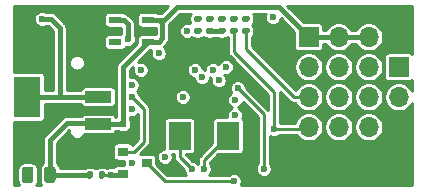
<source format=gbr>
%TF.GenerationSoftware,KiCad,Pcbnew,5.1.10-88a1d61d58~89~ubuntu21.04.1*%
%TF.CreationDate,2021-07-10T21:48:55+08:00*%
%TF.ProjectId,ST_Link_V2.1,53545f4c-696e-46b5-9f56-322e312e6b69,rev?*%
%TF.SameCoordinates,Original*%
%TF.FileFunction,Copper,L4,Bot*%
%TF.FilePolarity,Positive*%
%FSLAX46Y46*%
G04 Gerber Fmt 4.6, Leading zero omitted, Abs format (unit mm)*
G04 Created by KiCad (PCBNEW 5.1.10-88a1d61d58~89~ubuntu21.04.1) date 2021-07-10 21:48:55*
%MOMM*%
%LPD*%
G01*
G04 APERTURE LIST*
%TA.AperFunction,ComponentPad*%
%ADD10O,1.700000X1.700000*%
%TD*%
%TA.AperFunction,ComponentPad*%
%ADD11R,1.700000X1.700000*%
%TD*%
%TA.AperFunction,SMDPad,CuDef*%
%ADD12R,1.900000X2.400000*%
%TD*%
%TA.AperFunction,SMDPad,CuDef*%
%ADD13R,2.200000X1.000000*%
%TD*%
%TA.AperFunction,SMDPad,CuDef*%
%ADD14R,2.200000X3.500000*%
%TD*%
%TA.AperFunction,SMDPad,CuDef*%
%ADD15R,1.100000X0.600000*%
%TD*%
%TA.AperFunction,SMDPad,CuDef*%
%ADD16R,0.900000X0.800000*%
%TD*%
%TA.AperFunction,ComponentPad*%
%ADD17O,1.700000X0.900000*%
%TD*%
%TA.AperFunction,ComponentPad*%
%ADD18O,2.000000X0.900000*%
%TD*%
%TA.AperFunction,ViaPad*%
%ADD19C,0.600000*%
%TD*%
%TA.AperFunction,Conductor*%
%ADD20C,0.254000*%
%TD*%
%TA.AperFunction,Conductor*%
%ADD21C,0.400000*%
%TD*%
%TA.AperFunction,Conductor*%
%ADD22C,0.100000*%
%TD*%
G04 APERTURE END LIST*
D10*
%TO.P,J2,3*%
%TO.N,GND*%
X89662000Y-86614000D03*
%TO.P,J2,2*%
%TO.N,/MCU_SWCLK*%
X89662000Y-84074000D03*
D11*
%TO.P,J2,1*%
%TO.N,/MCU_SWDIO*%
X89662000Y-81534000D03*
%TD*%
D10*
%TO.P,J3,12*%
%TO.N,+3.3VA*%
X87122000Y-81534000D03*
%TO.P,J3,11*%
%TO.N,+5V*%
X87122000Y-78994000D03*
%TO.P,J3,13*%
%TO.N,/SWDIO*%
X87122000Y-84074000D03*
%TO.P,J3,15*%
%TO.N,GND*%
X87122000Y-89154000D03*
%TO.P,J3,14*%
%TO.N,/SWCLK*%
X87122000Y-86614000D03*
D11*
%TO.P,J3,1*%
%TO.N,+5V*%
X82042000Y-78994000D03*
D10*
%TO.P,J3,2*%
%TO.N,+3.3VA*%
X82042000Y-81534000D03*
%TO.P,J3,3*%
%TO.N,/TX*%
X82042000Y-84074000D03*
%TO.P,J3,4*%
%TO.N,/RX*%
X82042000Y-86614000D03*
%TO.P,J3,5*%
%TO.N,GND*%
X82042000Y-89154000D03*
%TO.P,J3,6*%
%TO.N,+5V*%
X84582000Y-78994000D03*
%TO.P,J3,7*%
%TO.N,+3.3VA*%
X84582000Y-81534000D03*
%TO.P,J3,8*%
%TO.N,/SWIN*%
X84582000Y-84074000D03*
%TO.P,J3,9*%
%TO.N,/RESET*%
X84582000Y-86614000D03*
%TO.P,J3,10*%
%TO.N,GND*%
X84582000Y-89154000D03*
%TD*%
D12*
%TO.P,Y1,2*%
%TO.N,/OSC_OUT*%
X75202000Y-87376000D03*
%TO.P,Y1,1*%
%TO.N,/OSC_IN*%
X71102000Y-87376000D03*
%TD*%
D13*
%TO.P,U3,3*%
%TO.N,+5V*%
X64214000Y-86374000D03*
D14*
%TO.P,U3,2*%
%TO.N,+3.3VA*%
X58214000Y-84074000D03*
D13*
X64214000Y-84074000D03*
%TO.P,U3,1*%
%TO.N,GND*%
X64214000Y-81774000D03*
%TD*%
D15*
%TO.P,U2,5*%
%TO.N,+3V3*%
X65656000Y-77536000D03*
%TO.P,U2,4*%
%TO.N,Net-(C11-Pad1)*%
X65656000Y-79436000D03*
%TO.P,U2,3*%
%TO.N,+5V*%
X68456000Y-79436000D03*
%TO.P,U2,2*%
%TO.N,GND*%
X68456000Y-78486000D03*
%TO.P,U2,1*%
%TO.N,+5V*%
X68456000Y-77536000D03*
%TD*%
%TO.P,R18,2*%
%TO.N,/RX*%
%TA.AperFunction,SMDPad,CuDef*%
G36*
G01*
X75507000Y-78218000D02*
X75877000Y-78218000D01*
G75*
G02*
X76012000Y-78353000I0J-135000D01*
G01*
X76012000Y-78623000D01*
G75*
G02*
X75877000Y-78758000I-135000J0D01*
G01*
X75507000Y-78758000D01*
G75*
G02*
X75372000Y-78623000I0J135000D01*
G01*
X75372000Y-78353000D01*
G75*
G02*
X75507000Y-78218000I135000J0D01*
G01*
G37*
%TD.AperFunction*%
%TO.P,R18,1*%
%TO.N,Net-(D5-Pad1)*%
%TA.AperFunction,SMDPad,CuDef*%
G36*
G01*
X75507000Y-77198000D02*
X75877000Y-77198000D01*
G75*
G02*
X76012000Y-77333000I0J-135000D01*
G01*
X76012000Y-77603000D01*
G75*
G02*
X75877000Y-77738000I-135000J0D01*
G01*
X75507000Y-77738000D01*
G75*
G02*
X75372000Y-77603000I0J135000D01*
G01*
X75372000Y-77333000D01*
G75*
G02*
X75507000Y-77198000I135000J0D01*
G01*
G37*
%TD.AperFunction*%
%TD*%
%TO.P,R17,2*%
%TO.N,/TX*%
%TA.AperFunction,SMDPad,CuDef*%
G36*
G01*
X76523000Y-78218000D02*
X76893000Y-78218000D01*
G75*
G02*
X77028000Y-78353000I0J-135000D01*
G01*
X77028000Y-78623000D01*
G75*
G02*
X76893000Y-78758000I-135000J0D01*
G01*
X76523000Y-78758000D01*
G75*
G02*
X76388000Y-78623000I0J135000D01*
G01*
X76388000Y-78353000D01*
G75*
G02*
X76523000Y-78218000I135000J0D01*
G01*
G37*
%TD.AperFunction*%
%TO.P,R17,1*%
%TO.N,Net-(D4-Pad1)*%
%TA.AperFunction,SMDPad,CuDef*%
G36*
G01*
X76523000Y-77198000D02*
X76893000Y-77198000D01*
G75*
G02*
X77028000Y-77333000I0J-135000D01*
G01*
X77028000Y-77603000D01*
G75*
G02*
X76893000Y-77738000I-135000J0D01*
G01*
X76523000Y-77738000D01*
G75*
G02*
X76388000Y-77603000I0J135000D01*
G01*
X76388000Y-77333000D01*
G75*
G02*
X76523000Y-77198000I135000J0D01*
G01*
G37*
%TD.AperFunction*%
%TD*%
%TO.P,R16,2*%
%TO.N,+3V3*%
%TA.AperFunction,SMDPad,CuDef*%
G36*
G01*
X72459000Y-78218000D02*
X72829000Y-78218000D01*
G75*
G02*
X72964000Y-78353000I0J-135000D01*
G01*
X72964000Y-78623000D01*
G75*
G02*
X72829000Y-78758000I-135000J0D01*
G01*
X72459000Y-78758000D01*
G75*
G02*
X72324000Y-78623000I0J135000D01*
G01*
X72324000Y-78353000D01*
G75*
G02*
X72459000Y-78218000I135000J0D01*
G01*
G37*
%TD.AperFunction*%
%TO.P,R16,1*%
%TO.N,Net-(D3-Pad2)*%
%TA.AperFunction,SMDPad,CuDef*%
G36*
G01*
X72459000Y-77198000D02*
X72829000Y-77198000D01*
G75*
G02*
X72964000Y-77333000I0J-135000D01*
G01*
X72964000Y-77603000D01*
G75*
G02*
X72829000Y-77738000I-135000J0D01*
G01*
X72459000Y-77738000D01*
G75*
G02*
X72324000Y-77603000I0J135000D01*
G01*
X72324000Y-77333000D01*
G75*
G02*
X72459000Y-77198000I135000J0D01*
G01*
G37*
%TD.AperFunction*%
%TD*%
%TO.P,R15,2*%
%TO.N,/LED_LINK*%
%TA.AperFunction,SMDPad,CuDef*%
G36*
G01*
X74491000Y-78218000D02*
X74861000Y-78218000D01*
G75*
G02*
X74996000Y-78353000I0J-135000D01*
G01*
X74996000Y-78623000D01*
G75*
G02*
X74861000Y-78758000I-135000J0D01*
G01*
X74491000Y-78758000D01*
G75*
G02*
X74356000Y-78623000I0J135000D01*
G01*
X74356000Y-78353000D01*
G75*
G02*
X74491000Y-78218000I135000J0D01*
G01*
G37*
%TD.AperFunction*%
%TO.P,R15,1*%
%TO.N,Net-(D2-Pad1)*%
%TA.AperFunction,SMDPad,CuDef*%
G36*
G01*
X74491000Y-77198000D02*
X74861000Y-77198000D01*
G75*
G02*
X74996000Y-77333000I0J-135000D01*
G01*
X74996000Y-77603000D01*
G75*
G02*
X74861000Y-77738000I-135000J0D01*
G01*
X74491000Y-77738000D01*
G75*
G02*
X74356000Y-77603000I0J135000D01*
G01*
X74356000Y-77333000D01*
G75*
G02*
X74491000Y-77198000I135000J0D01*
G01*
G37*
%TD.AperFunction*%
%TD*%
%TO.P,R14,2*%
%TO.N,/LED_LINK*%
%TA.AperFunction,SMDPad,CuDef*%
G36*
G01*
X73475000Y-78218000D02*
X73845000Y-78218000D01*
G75*
G02*
X73980000Y-78353000I0J-135000D01*
G01*
X73980000Y-78623000D01*
G75*
G02*
X73845000Y-78758000I-135000J0D01*
G01*
X73475000Y-78758000D01*
G75*
G02*
X73340000Y-78623000I0J135000D01*
G01*
X73340000Y-78353000D01*
G75*
G02*
X73475000Y-78218000I135000J0D01*
G01*
G37*
%TD.AperFunction*%
%TO.P,R14,1*%
%TO.N,Net-(D1-Pad2)*%
%TA.AperFunction,SMDPad,CuDef*%
G36*
G01*
X73475000Y-77198000D02*
X73845000Y-77198000D01*
G75*
G02*
X73980000Y-77333000I0J-135000D01*
G01*
X73980000Y-77603000D01*
G75*
G02*
X73845000Y-77738000I-135000J0D01*
G01*
X73475000Y-77738000D01*
G75*
G02*
X73340000Y-77603000I0J135000D01*
G01*
X73340000Y-77333000D01*
G75*
G02*
X73475000Y-77198000I135000J0D01*
G01*
G37*
%TD.AperFunction*%
%TD*%
%TO.P,R9,2*%
%TO.N,Net-(Q1-Pad1)*%
%TA.AperFunction,SMDPad,CuDef*%
G36*
G01*
X64248000Y-90863000D02*
X64248000Y-90493000D01*
G75*
G02*
X64383000Y-90358000I135000J0D01*
G01*
X64653000Y-90358000D01*
G75*
G02*
X64788000Y-90493000I0J-135000D01*
G01*
X64788000Y-90863000D01*
G75*
G02*
X64653000Y-90998000I-135000J0D01*
G01*
X64383000Y-90998000D01*
G75*
G02*
X64248000Y-90863000I0J135000D01*
G01*
G37*
%TD.AperFunction*%
%TO.P,R9,1*%
%TO.N,+5V*%
%TA.AperFunction,SMDPad,CuDef*%
G36*
G01*
X63228000Y-90863000D02*
X63228000Y-90493000D01*
G75*
G02*
X63363000Y-90358000I135000J0D01*
G01*
X63633000Y-90358000D01*
G75*
G02*
X63768000Y-90493000I0J-135000D01*
G01*
X63768000Y-90863000D01*
G75*
G02*
X63633000Y-90998000I-135000J0D01*
G01*
X63363000Y-90998000D01*
G75*
G02*
X63228000Y-90863000I0J135000D01*
G01*
G37*
%TD.AperFunction*%
%TD*%
D16*
%TO.P,Q1,3*%
%TO.N,+3V3*%
X68310000Y-89662000D03*
%TO.P,Q1,2*%
%TO.N,Net-(Q1-Pad2)*%
X66310000Y-88712000D03*
%TO.P,Q1,1*%
%TO.N,Net-(Q1-Pad1)*%
X66310000Y-90612000D03*
%TD*%
D17*
%TO.P,J1,S1*%
%TO.N,GND*%
X58720000Y-88394000D03*
X58720000Y-79754000D03*
D18*
X62890000Y-88394000D03*
X62890000Y-79754000D03*
%TD*%
%TO.P,F1,2*%
%TO.N,Net-(F1-Pad2)*%
%TA.AperFunction,SMDPad,CuDef*%
G36*
G01*
X58732000Y-90221750D02*
X58732000Y-91134250D01*
G75*
G02*
X58488250Y-91378000I-243750J0D01*
G01*
X58000750Y-91378000D01*
G75*
G02*
X57757000Y-91134250I0J243750D01*
G01*
X57757000Y-90221750D01*
G75*
G02*
X58000750Y-89978000I243750J0D01*
G01*
X58488250Y-89978000D01*
G75*
G02*
X58732000Y-90221750I0J-243750D01*
G01*
G37*
%TD.AperFunction*%
%TO.P,F1,1*%
%TO.N,+5V*%
%TA.AperFunction,SMDPad,CuDef*%
G36*
G01*
X60607000Y-90221750D02*
X60607000Y-91134250D01*
G75*
G02*
X60363250Y-91378000I-243750J0D01*
G01*
X59875750Y-91378000D01*
G75*
G02*
X59632000Y-91134250I0J243750D01*
G01*
X59632000Y-90221750D01*
G75*
G02*
X59875750Y-89978000I243750J0D01*
G01*
X60363250Y-89978000D01*
G75*
G02*
X60607000Y-90221750I0J-243750D01*
G01*
G37*
%TD.AperFunction*%
%TD*%
%TO.P,C9,2*%
%TO.N,GND*%
%TA.AperFunction,SMDPad,CuDef*%
G36*
G01*
X67002000Y-86530000D02*
X67002000Y-86190000D01*
G75*
G02*
X67142000Y-86050000I140000J0D01*
G01*
X67422000Y-86050000D01*
G75*
G02*
X67562000Y-86190000I0J-140000D01*
G01*
X67562000Y-86530000D01*
G75*
G02*
X67422000Y-86670000I-140000J0D01*
G01*
X67142000Y-86670000D01*
G75*
G02*
X67002000Y-86530000I0J140000D01*
G01*
G37*
%TD.AperFunction*%
%TO.P,C9,1*%
%TO.N,+5V*%
%TA.AperFunction,SMDPad,CuDef*%
G36*
G01*
X66042000Y-86530000D02*
X66042000Y-86190000D01*
G75*
G02*
X66182000Y-86050000I140000J0D01*
G01*
X66462000Y-86050000D01*
G75*
G02*
X66602000Y-86190000I0J-140000D01*
G01*
X66602000Y-86530000D01*
G75*
G02*
X66462000Y-86670000I-140000J0D01*
G01*
X66182000Y-86670000D01*
G75*
G02*
X66042000Y-86530000I0J140000D01*
G01*
G37*
%TD.AperFunction*%
%TD*%
D19*
%TO.N,GND*%
X73533000Y-86487000D03*
X74041000Y-84709000D03*
X73660000Y-83058000D03*
X70866000Y-83439000D03*
X70866000Y-78232000D03*
X61976000Y-84963000D03*
%TO.N,/OSC_IN*%
X72136000Y-90198000D03*
%TO.N,/OSC_OUT*%
X73152000Y-90198000D03*
%TO.N,+3V3*%
X68326000Y-89662000D03*
X72644000Y-78486000D03*
X78994000Y-77343000D03*
X66738500Y-79184500D03*
X75690000Y-91188000D03*
%TO.N,+5V*%
X60119500Y-90678000D03*
%TO.N,Net-(C11-Pad1)*%
X65659000Y-79438500D03*
%TO.N,Net-(D1-Pad2)*%
X73660000Y-77470000D03*
%TO.N,Net-(D2-Pad1)*%
X74676000Y-77470000D03*
%TO.N,Net-(D3-Pad2)*%
X72644000Y-77470000D03*
%TO.N,Net-(D4-Pad1)*%
X76708000Y-77470000D03*
%TO.N,Net-(D5-Pad1)*%
X75692000Y-77470000D03*
%TO.N,Net-(F1-Pad2)*%
X58293000Y-90678000D03*
%TO.N,/MCU_SWCLK*%
X69342000Y-80391000D03*
%TO.N,/MCU_SWDIO*%
X71755000Y-78486000D03*
%TO.N,/RX*%
X79121000Y-86824820D03*
%TO.N,/RESET*%
X75819000Y-84328000D03*
%TO.N,/SWIN*%
X73914000Y-81788000D03*
%TO.N,/SWCLK*%
X75819000Y-85598000D03*
X75057000Y-81534000D03*
%TO.N,/SWDIO*%
X74422000Y-82677000D03*
%TO.N,Net-(Q1-Pad2)*%
X67056000Y-84074000D03*
%TO.N,Net-(Q1-Pad1)*%
X65278000Y-90678000D03*
%TO.N,/MCU_USB_D-*%
X73025000Y-82423000D03*
X67056000Y-83058000D03*
%TO.N,/MCU_USB_D+*%
X72390000Y-81788000D03*
X67056000Y-85090000D03*
%TO.N,/MCU_USB_RENUM*%
X67056000Y-89662000D03*
X67818000Y-81788000D03*
%TO.N,/LED_LINK*%
X73660000Y-78486000D03*
%TO.N,/BOOT0*%
X71374000Y-84074000D03*
X69850000Y-89154000D03*
%TO.N,/BOOT1*%
X78232000Y-90170000D03*
X76022200Y-83324700D03*
%TO.N,+3.3VA*%
X59436000Y-77470000D03*
%TD*%
D20*
%TO.N,/OSC_IN*%
X71102000Y-89164000D02*
X72136000Y-90198000D01*
X71102000Y-87376000D02*
X71102000Y-89164000D01*
%TO.N,/OSC_OUT*%
X73152000Y-89426000D02*
X73152000Y-90198000D01*
X75202000Y-87376000D02*
X73152000Y-89426000D01*
D21*
%TO.N,+3V3*%
X66738500Y-79184500D02*
X66738500Y-77914500D01*
X66360000Y-77536000D02*
X65656000Y-77536000D01*
X66738500Y-77914500D02*
X66360000Y-77536000D01*
D20*
X69852000Y-91188000D02*
X75690000Y-91188000D01*
X68326000Y-89662000D02*
X69852000Y-91188000D01*
D21*
%TO.N,+5V*%
X64228000Y-86360000D02*
X64214000Y-86374000D01*
X66322000Y-86360000D02*
X64228000Y-86360000D01*
X63498000Y-90678000D02*
X60119500Y-90678000D01*
X60119500Y-90678000D02*
X60119500Y-90678000D01*
X82042000Y-78994000D02*
X87122000Y-78994000D01*
X68456000Y-79436000D02*
X69344500Y-79436000D01*
X69344500Y-79436000D02*
X69659500Y-79121000D01*
X69659500Y-79121000D02*
X69659500Y-77787500D01*
X69408000Y-77536000D02*
X68456000Y-77536000D01*
X69659500Y-77787500D02*
X69408000Y-77536000D01*
X60119500Y-90678000D02*
X60119500Y-87708500D01*
X64103999Y-86263999D02*
X64214000Y-86374000D01*
X61564001Y-86263999D02*
X64103999Y-86263999D01*
X60119500Y-87708500D02*
X61564001Y-86263999D01*
X66322000Y-81570000D02*
X68456000Y-79436000D01*
X66322000Y-86360000D02*
X66322000Y-81570000D01*
X69784000Y-77536000D02*
X68456000Y-77536000D01*
X70866000Y-76454000D02*
X69784000Y-77536000D01*
X79502000Y-76454000D02*
X70866000Y-76454000D01*
X82042000Y-78994000D02*
X79502000Y-76454000D01*
D20*
%TO.N,/RX*%
X81831180Y-86824820D02*
X82042000Y-86614000D01*
X79121000Y-86824820D02*
X81831180Y-86824820D01*
X75692000Y-80264000D02*
X79121000Y-83693000D01*
X79121000Y-83693000D02*
X79121000Y-86824820D01*
X75692000Y-78488000D02*
X75692000Y-80264000D01*
%TO.N,/TX*%
X76708000Y-78488000D02*
X76708000Y-80010000D01*
X80772000Y-84074000D02*
X82042000Y-84074000D01*
X76708000Y-80010000D02*
X80772000Y-84074000D01*
%TO.N,Net-(Q1-Pad2)*%
X66310000Y-88712000D02*
X67244000Y-88712000D01*
X67244000Y-88712000D02*
X68072000Y-87884000D01*
X68072000Y-85090000D02*
X67056000Y-84074000D01*
X68072000Y-87884000D02*
X68072000Y-85090000D01*
D21*
%TO.N,Net-(Q1-Pad1)*%
X66244000Y-90678000D02*
X66310000Y-90612000D01*
X65530000Y-90678000D02*
X65532000Y-90678000D01*
X65532000Y-90678000D02*
X66244000Y-90678000D01*
D20*
X65278000Y-90678000D02*
X64518000Y-90678000D01*
D21*
%TO.N,/LED_LINK*%
X73660000Y-78486000D02*
X73660000Y-78486000D01*
X73660000Y-78486000D02*
X74676000Y-78486000D01*
D20*
%TO.N,/BOOT1*%
X78232000Y-85534500D02*
X76022200Y-83324700D01*
X78232000Y-90170000D02*
X78232000Y-85534500D01*
D21*
%TO.N,+3.3VA*%
X59436000Y-77470000D02*
X60198000Y-77470000D01*
X60960000Y-78232000D02*
X60960000Y-84074000D01*
X60198000Y-77470000D02*
X60960000Y-78232000D01*
X60960000Y-84074000D02*
X58214000Y-84074000D01*
X64214000Y-84074000D02*
X60960000Y-84074000D01*
%TD*%
D20*
%TO.N,GND*%
X90780000Y-80411064D02*
X90724696Y-80365678D01*
X90658508Y-80330299D01*
X90586689Y-80308513D01*
X90512000Y-80301157D01*
X88812000Y-80301157D01*
X88737311Y-80308513D01*
X88665492Y-80330299D01*
X88599304Y-80365678D01*
X88541289Y-80413289D01*
X88493678Y-80471304D01*
X88458299Y-80537492D01*
X88436513Y-80609311D01*
X88429157Y-80684000D01*
X88429157Y-82384000D01*
X88436513Y-82458689D01*
X88458299Y-82530508D01*
X88493678Y-82596696D01*
X88541289Y-82654711D01*
X88599304Y-82702322D01*
X88665492Y-82737701D01*
X88737311Y-82759487D01*
X88812000Y-82766843D01*
X90512000Y-82766843D01*
X90586689Y-82759487D01*
X90658508Y-82737701D01*
X90724696Y-82702322D01*
X90780000Y-82656935D01*
X90780000Y-83556334D01*
X90752898Y-83490903D01*
X90618180Y-83289283D01*
X90446717Y-83117820D01*
X90245097Y-82983102D01*
X90021069Y-82890307D01*
X89783243Y-82843000D01*
X89540757Y-82843000D01*
X89302931Y-82890307D01*
X89078903Y-82983102D01*
X88877283Y-83117820D01*
X88705820Y-83289283D01*
X88571102Y-83490903D01*
X88478307Y-83714931D01*
X88431000Y-83952757D01*
X88431000Y-84195243D01*
X88478307Y-84433069D01*
X88571102Y-84657097D01*
X88705820Y-84858717D01*
X88877283Y-85030180D01*
X89078903Y-85164898D01*
X89302931Y-85257693D01*
X89540757Y-85305000D01*
X89783243Y-85305000D01*
X90021069Y-85257693D01*
X90245097Y-85164898D01*
X90446717Y-85030180D01*
X90618180Y-84858717D01*
X90752898Y-84657097D01*
X90780001Y-84591665D01*
X90780001Y-91542000D01*
X76272496Y-91542000D01*
X76293494Y-91510574D01*
X76344829Y-91386640D01*
X76371000Y-91255073D01*
X76371000Y-91120927D01*
X76344829Y-90989360D01*
X76293494Y-90865426D01*
X76218967Y-90753888D01*
X76124112Y-90659033D01*
X76012574Y-90584506D01*
X75888640Y-90533171D01*
X75757073Y-90507000D01*
X75622927Y-90507000D01*
X75491360Y-90533171D01*
X75367426Y-90584506D01*
X75255888Y-90659033D01*
X75234921Y-90680000D01*
X73633079Y-90680000D01*
X73680967Y-90632112D01*
X73755494Y-90520574D01*
X73806829Y-90396640D01*
X73833000Y-90265073D01*
X73833000Y-90130927D01*
X73806829Y-89999360D01*
X73755494Y-89875426D01*
X73680967Y-89763888D01*
X73660000Y-89742921D01*
X73660000Y-89636420D01*
X74337577Y-88958843D01*
X76152000Y-88958843D01*
X76226689Y-88951487D01*
X76298508Y-88929701D01*
X76364696Y-88894322D01*
X76422711Y-88846711D01*
X76470322Y-88788696D01*
X76505701Y-88722508D01*
X76527487Y-88650689D01*
X76534843Y-88576000D01*
X76534843Y-86176000D01*
X76527487Y-86101311D01*
X76505701Y-86029492D01*
X76470322Y-85963304D01*
X76426774Y-85910240D01*
X76473829Y-85796640D01*
X76500000Y-85665073D01*
X76500000Y-85530927D01*
X76473829Y-85399360D01*
X76422494Y-85275426D01*
X76347967Y-85163888D01*
X76253112Y-85069033D01*
X76141574Y-84994506D01*
X76065512Y-84963000D01*
X76141574Y-84931494D01*
X76253112Y-84856967D01*
X76347967Y-84762112D01*
X76422494Y-84650574D01*
X76473829Y-84526640D01*
X76479120Y-84500040D01*
X77724001Y-85744922D01*
X77724000Y-89714921D01*
X77703033Y-89735888D01*
X77628506Y-89847426D01*
X77577171Y-89971360D01*
X77551000Y-90102927D01*
X77551000Y-90237073D01*
X77577171Y-90368640D01*
X77628506Y-90492574D01*
X77703033Y-90604112D01*
X77797888Y-90698967D01*
X77909426Y-90773494D01*
X78033360Y-90824829D01*
X78164927Y-90851000D01*
X78299073Y-90851000D01*
X78430640Y-90824829D01*
X78554574Y-90773494D01*
X78666112Y-90698967D01*
X78760967Y-90604112D01*
X78835494Y-90492574D01*
X78886829Y-90368640D01*
X78913000Y-90237073D01*
X78913000Y-90102927D01*
X78886829Y-89971360D01*
X78835494Y-89847426D01*
X78760967Y-89735888D01*
X78740000Y-89714921D01*
X78740000Y-87389275D01*
X78798426Y-87428314D01*
X78922360Y-87479649D01*
X79053927Y-87505820D01*
X79188073Y-87505820D01*
X79319640Y-87479649D01*
X79443574Y-87428314D01*
X79555112Y-87353787D01*
X79576079Y-87332820D01*
X81041789Y-87332820D01*
X81085820Y-87398717D01*
X81257283Y-87570180D01*
X81458903Y-87704898D01*
X81682931Y-87797693D01*
X81920757Y-87845000D01*
X82163243Y-87845000D01*
X82401069Y-87797693D01*
X82625097Y-87704898D01*
X82826717Y-87570180D01*
X82998180Y-87398717D01*
X83132898Y-87197097D01*
X83225693Y-86973069D01*
X83273000Y-86735243D01*
X83273000Y-86492757D01*
X83351000Y-86492757D01*
X83351000Y-86735243D01*
X83398307Y-86973069D01*
X83491102Y-87197097D01*
X83625820Y-87398717D01*
X83797283Y-87570180D01*
X83998903Y-87704898D01*
X84222931Y-87797693D01*
X84460757Y-87845000D01*
X84703243Y-87845000D01*
X84941069Y-87797693D01*
X85165097Y-87704898D01*
X85366717Y-87570180D01*
X85538180Y-87398717D01*
X85672898Y-87197097D01*
X85765693Y-86973069D01*
X85813000Y-86735243D01*
X85813000Y-86492757D01*
X85891000Y-86492757D01*
X85891000Y-86735243D01*
X85938307Y-86973069D01*
X86031102Y-87197097D01*
X86165820Y-87398717D01*
X86337283Y-87570180D01*
X86538903Y-87704898D01*
X86762931Y-87797693D01*
X87000757Y-87845000D01*
X87243243Y-87845000D01*
X87481069Y-87797693D01*
X87705097Y-87704898D01*
X87906717Y-87570180D01*
X88078180Y-87398717D01*
X88212898Y-87197097D01*
X88305693Y-86973069D01*
X88353000Y-86735243D01*
X88353000Y-86492757D01*
X88305693Y-86254931D01*
X88212898Y-86030903D01*
X88078180Y-85829283D01*
X87906717Y-85657820D01*
X87705097Y-85523102D01*
X87481069Y-85430307D01*
X87243243Y-85383000D01*
X87000757Y-85383000D01*
X86762931Y-85430307D01*
X86538903Y-85523102D01*
X86337283Y-85657820D01*
X86165820Y-85829283D01*
X86031102Y-86030903D01*
X85938307Y-86254931D01*
X85891000Y-86492757D01*
X85813000Y-86492757D01*
X85765693Y-86254931D01*
X85672898Y-86030903D01*
X85538180Y-85829283D01*
X85366717Y-85657820D01*
X85165097Y-85523102D01*
X84941069Y-85430307D01*
X84703243Y-85383000D01*
X84460757Y-85383000D01*
X84222931Y-85430307D01*
X83998903Y-85523102D01*
X83797283Y-85657820D01*
X83625820Y-85829283D01*
X83491102Y-86030903D01*
X83398307Y-86254931D01*
X83351000Y-86492757D01*
X83273000Y-86492757D01*
X83225693Y-86254931D01*
X83132898Y-86030903D01*
X82998180Y-85829283D01*
X82826717Y-85657820D01*
X82625097Y-85523102D01*
X82401069Y-85430307D01*
X82163243Y-85383000D01*
X81920757Y-85383000D01*
X81682931Y-85430307D01*
X81458903Y-85523102D01*
X81257283Y-85657820D01*
X81085820Y-85829283D01*
X80951102Y-86030903D01*
X80858307Y-86254931D01*
X80845996Y-86316820D01*
X79629000Y-86316820D01*
X79629000Y-83717943D01*
X79631457Y-83692999D01*
X79628323Y-83661183D01*
X79626964Y-83647384D01*
X80395145Y-84415565D01*
X80411052Y-84434948D01*
X80460288Y-84475354D01*
X80488404Y-84498429D01*
X80506520Y-84508112D01*
X80576657Y-84545601D01*
X80672415Y-84574649D01*
X80747053Y-84582000D01*
X80747056Y-84582000D01*
X80772000Y-84584457D01*
X80796944Y-84582000D01*
X80919996Y-84582000D01*
X80951102Y-84657097D01*
X81085820Y-84858717D01*
X81257283Y-85030180D01*
X81458903Y-85164898D01*
X81682931Y-85257693D01*
X81920757Y-85305000D01*
X82163243Y-85305000D01*
X82401069Y-85257693D01*
X82625097Y-85164898D01*
X82826717Y-85030180D01*
X82998180Y-84858717D01*
X83132898Y-84657097D01*
X83225693Y-84433069D01*
X83273000Y-84195243D01*
X83273000Y-83952757D01*
X83351000Y-83952757D01*
X83351000Y-84195243D01*
X83398307Y-84433069D01*
X83491102Y-84657097D01*
X83625820Y-84858717D01*
X83797283Y-85030180D01*
X83998903Y-85164898D01*
X84222931Y-85257693D01*
X84460757Y-85305000D01*
X84703243Y-85305000D01*
X84941069Y-85257693D01*
X85165097Y-85164898D01*
X85366717Y-85030180D01*
X85538180Y-84858717D01*
X85672898Y-84657097D01*
X85765693Y-84433069D01*
X85813000Y-84195243D01*
X85813000Y-83952757D01*
X85891000Y-83952757D01*
X85891000Y-84195243D01*
X85938307Y-84433069D01*
X86031102Y-84657097D01*
X86165820Y-84858717D01*
X86337283Y-85030180D01*
X86538903Y-85164898D01*
X86762931Y-85257693D01*
X87000757Y-85305000D01*
X87243243Y-85305000D01*
X87481069Y-85257693D01*
X87705097Y-85164898D01*
X87906717Y-85030180D01*
X88078180Y-84858717D01*
X88212898Y-84657097D01*
X88305693Y-84433069D01*
X88353000Y-84195243D01*
X88353000Y-83952757D01*
X88305693Y-83714931D01*
X88212898Y-83490903D01*
X88078180Y-83289283D01*
X87906717Y-83117820D01*
X87705097Y-82983102D01*
X87481069Y-82890307D01*
X87243243Y-82843000D01*
X87000757Y-82843000D01*
X86762931Y-82890307D01*
X86538903Y-82983102D01*
X86337283Y-83117820D01*
X86165820Y-83289283D01*
X86031102Y-83490903D01*
X85938307Y-83714931D01*
X85891000Y-83952757D01*
X85813000Y-83952757D01*
X85765693Y-83714931D01*
X85672898Y-83490903D01*
X85538180Y-83289283D01*
X85366717Y-83117820D01*
X85165097Y-82983102D01*
X84941069Y-82890307D01*
X84703243Y-82843000D01*
X84460757Y-82843000D01*
X84222931Y-82890307D01*
X83998903Y-82983102D01*
X83797283Y-83117820D01*
X83625820Y-83289283D01*
X83491102Y-83490903D01*
X83398307Y-83714931D01*
X83351000Y-83952757D01*
X83273000Y-83952757D01*
X83225693Y-83714931D01*
X83132898Y-83490903D01*
X82998180Y-83289283D01*
X82826717Y-83117820D01*
X82625097Y-82983102D01*
X82401069Y-82890307D01*
X82163243Y-82843000D01*
X81920757Y-82843000D01*
X81682931Y-82890307D01*
X81458903Y-82983102D01*
X81257283Y-83117820D01*
X81085820Y-83289283D01*
X80951102Y-83490903D01*
X80938279Y-83521859D01*
X78829177Y-81412757D01*
X80811000Y-81412757D01*
X80811000Y-81655243D01*
X80858307Y-81893069D01*
X80951102Y-82117097D01*
X81085820Y-82318717D01*
X81257283Y-82490180D01*
X81458903Y-82624898D01*
X81682931Y-82717693D01*
X81920757Y-82765000D01*
X82163243Y-82765000D01*
X82401069Y-82717693D01*
X82625097Y-82624898D01*
X82826717Y-82490180D01*
X82998180Y-82318717D01*
X83132898Y-82117097D01*
X83225693Y-81893069D01*
X83273000Y-81655243D01*
X83273000Y-81412757D01*
X83351000Y-81412757D01*
X83351000Y-81655243D01*
X83398307Y-81893069D01*
X83491102Y-82117097D01*
X83625820Y-82318717D01*
X83797283Y-82490180D01*
X83998903Y-82624898D01*
X84222931Y-82717693D01*
X84460757Y-82765000D01*
X84703243Y-82765000D01*
X84941069Y-82717693D01*
X85165097Y-82624898D01*
X85366717Y-82490180D01*
X85538180Y-82318717D01*
X85672898Y-82117097D01*
X85765693Y-81893069D01*
X85813000Y-81655243D01*
X85813000Y-81412757D01*
X85891000Y-81412757D01*
X85891000Y-81655243D01*
X85938307Y-81893069D01*
X86031102Y-82117097D01*
X86165820Y-82318717D01*
X86337283Y-82490180D01*
X86538903Y-82624898D01*
X86762931Y-82717693D01*
X87000757Y-82765000D01*
X87243243Y-82765000D01*
X87481069Y-82717693D01*
X87705097Y-82624898D01*
X87906717Y-82490180D01*
X88078180Y-82318717D01*
X88212898Y-82117097D01*
X88305693Y-81893069D01*
X88353000Y-81655243D01*
X88353000Y-81412757D01*
X88305693Y-81174931D01*
X88212898Y-80950903D01*
X88078180Y-80749283D01*
X87906717Y-80577820D01*
X87705097Y-80443102D01*
X87481069Y-80350307D01*
X87243243Y-80303000D01*
X87000757Y-80303000D01*
X86762931Y-80350307D01*
X86538903Y-80443102D01*
X86337283Y-80577820D01*
X86165820Y-80749283D01*
X86031102Y-80950903D01*
X85938307Y-81174931D01*
X85891000Y-81412757D01*
X85813000Y-81412757D01*
X85765693Y-81174931D01*
X85672898Y-80950903D01*
X85538180Y-80749283D01*
X85366717Y-80577820D01*
X85165097Y-80443102D01*
X84941069Y-80350307D01*
X84703243Y-80303000D01*
X84460757Y-80303000D01*
X84222931Y-80350307D01*
X83998903Y-80443102D01*
X83797283Y-80577820D01*
X83625820Y-80749283D01*
X83491102Y-80950903D01*
X83398307Y-81174931D01*
X83351000Y-81412757D01*
X83273000Y-81412757D01*
X83225693Y-81174931D01*
X83132898Y-80950903D01*
X82998180Y-80749283D01*
X82826717Y-80577820D01*
X82625097Y-80443102D01*
X82401069Y-80350307D01*
X82163243Y-80303000D01*
X81920757Y-80303000D01*
X81682931Y-80350307D01*
X81458903Y-80443102D01*
X81257283Y-80577820D01*
X81085820Y-80749283D01*
X80951102Y-80950903D01*
X80858307Y-81174931D01*
X80811000Y-81412757D01*
X78829177Y-81412757D01*
X77216000Y-79799580D01*
X77216000Y-79024599D01*
X77259170Y-78989170D01*
X77323571Y-78910698D01*
X77371425Y-78821170D01*
X77400893Y-78724026D01*
X77410843Y-78623000D01*
X77410843Y-78353000D01*
X77400893Y-78251974D01*
X77371425Y-78154830D01*
X77323571Y-78065302D01*
X77259170Y-77986830D01*
X77248411Y-77978000D01*
X77259170Y-77969170D01*
X77323571Y-77890698D01*
X77371425Y-77801170D01*
X77400893Y-77704026D01*
X77410843Y-77603000D01*
X77410843Y-77333000D01*
X77400893Y-77231974D01*
X77371425Y-77134830D01*
X77323571Y-77045302D01*
X77315116Y-77035000D01*
X78384469Y-77035000D01*
X78339171Y-77144360D01*
X78313000Y-77275927D01*
X78313000Y-77410073D01*
X78339171Y-77541640D01*
X78390506Y-77665574D01*
X78465033Y-77777112D01*
X78559888Y-77871967D01*
X78671426Y-77946494D01*
X78795360Y-77997829D01*
X78926927Y-78024000D01*
X79061073Y-78024000D01*
X79192640Y-77997829D01*
X79316574Y-77946494D01*
X79428112Y-77871967D01*
X79522967Y-77777112D01*
X79597494Y-77665574D01*
X79648829Y-77541640D01*
X79668598Y-77442256D01*
X80809157Y-78582815D01*
X80809157Y-79844000D01*
X80816513Y-79918689D01*
X80838299Y-79990508D01*
X80873678Y-80056696D01*
X80921289Y-80114711D01*
X80979304Y-80162322D01*
X81045492Y-80197701D01*
X81117311Y-80219487D01*
X81192000Y-80226843D01*
X82892000Y-80226843D01*
X82966689Y-80219487D01*
X83038508Y-80197701D01*
X83104696Y-80162322D01*
X83162711Y-80114711D01*
X83210322Y-80056696D01*
X83245701Y-79990508D01*
X83267487Y-79918689D01*
X83274843Y-79844000D01*
X83274843Y-79575000D01*
X83490233Y-79575000D01*
X83491102Y-79577097D01*
X83625820Y-79778717D01*
X83797283Y-79950180D01*
X83998903Y-80084898D01*
X84222931Y-80177693D01*
X84460757Y-80225000D01*
X84703243Y-80225000D01*
X84941069Y-80177693D01*
X85165097Y-80084898D01*
X85366717Y-79950180D01*
X85538180Y-79778717D01*
X85672898Y-79577097D01*
X85673767Y-79575000D01*
X86030233Y-79575000D01*
X86031102Y-79577097D01*
X86165820Y-79778717D01*
X86337283Y-79950180D01*
X86538903Y-80084898D01*
X86762931Y-80177693D01*
X87000757Y-80225000D01*
X87243243Y-80225000D01*
X87481069Y-80177693D01*
X87705097Y-80084898D01*
X87906717Y-79950180D01*
X88078180Y-79778717D01*
X88212898Y-79577097D01*
X88305693Y-79353069D01*
X88353000Y-79115243D01*
X88353000Y-78872757D01*
X88305693Y-78634931D01*
X88212898Y-78410903D01*
X88078180Y-78209283D01*
X87906717Y-78037820D01*
X87705097Y-77903102D01*
X87481069Y-77810307D01*
X87243243Y-77763000D01*
X87000757Y-77763000D01*
X86762931Y-77810307D01*
X86538903Y-77903102D01*
X86337283Y-78037820D01*
X86165820Y-78209283D01*
X86031102Y-78410903D01*
X86030233Y-78413000D01*
X85673767Y-78413000D01*
X85672898Y-78410903D01*
X85538180Y-78209283D01*
X85366717Y-78037820D01*
X85165097Y-77903102D01*
X84941069Y-77810307D01*
X84703243Y-77763000D01*
X84460757Y-77763000D01*
X84222931Y-77810307D01*
X83998903Y-77903102D01*
X83797283Y-78037820D01*
X83625820Y-78209283D01*
X83491102Y-78410903D01*
X83490233Y-78413000D01*
X83274843Y-78413000D01*
X83274843Y-78144000D01*
X83267487Y-78069311D01*
X83245701Y-77997492D01*
X83210322Y-77931304D01*
X83162711Y-77873289D01*
X83104696Y-77825678D01*
X83038508Y-77790299D01*
X82966689Y-77768513D01*
X82892000Y-77761157D01*
X81630815Y-77761157D01*
X80221657Y-76352000D01*
X90780000Y-76352000D01*
X90780000Y-80411064D01*
%TA.AperFunction,Conductor*%
D22*
G36*
X90780000Y-80411064D02*
G01*
X90724696Y-80365678D01*
X90658508Y-80330299D01*
X90586689Y-80308513D01*
X90512000Y-80301157D01*
X88812000Y-80301157D01*
X88737311Y-80308513D01*
X88665492Y-80330299D01*
X88599304Y-80365678D01*
X88541289Y-80413289D01*
X88493678Y-80471304D01*
X88458299Y-80537492D01*
X88436513Y-80609311D01*
X88429157Y-80684000D01*
X88429157Y-82384000D01*
X88436513Y-82458689D01*
X88458299Y-82530508D01*
X88493678Y-82596696D01*
X88541289Y-82654711D01*
X88599304Y-82702322D01*
X88665492Y-82737701D01*
X88737311Y-82759487D01*
X88812000Y-82766843D01*
X90512000Y-82766843D01*
X90586689Y-82759487D01*
X90658508Y-82737701D01*
X90724696Y-82702322D01*
X90780000Y-82656935D01*
X90780000Y-83556334D01*
X90752898Y-83490903D01*
X90618180Y-83289283D01*
X90446717Y-83117820D01*
X90245097Y-82983102D01*
X90021069Y-82890307D01*
X89783243Y-82843000D01*
X89540757Y-82843000D01*
X89302931Y-82890307D01*
X89078903Y-82983102D01*
X88877283Y-83117820D01*
X88705820Y-83289283D01*
X88571102Y-83490903D01*
X88478307Y-83714931D01*
X88431000Y-83952757D01*
X88431000Y-84195243D01*
X88478307Y-84433069D01*
X88571102Y-84657097D01*
X88705820Y-84858717D01*
X88877283Y-85030180D01*
X89078903Y-85164898D01*
X89302931Y-85257693D01*
X89540757Y-85305000D01*
X89783243Y-85305000D01*
X90021069Y-85257693D01*
X90245097Y-85164898D01*
X90446717Y-85030180D01*
X90618180Y-84858717D01*
X90752898Y-84657097D01*
X90780001Y-84591665D01*
X90780001Y-91542000D01*
X76272496Y-91542000D01*
X76293494Y-91510574D01*
X76344829Y-91386640D01*
X76371000Y-91255073D01*
X76371000Y-91120927D01*
X76344829Y-90989360D01*
X76293494Y-90865426D01*
X76218967Y-90753888D01*
X76124112Y-90659033D01*
X76012574Y-90584506D01*
X75888640Y-90533171D01*
X75757073Y-90507000D01*
X75622927Y-90507000D01*
X75491360Y-90533171D01*
X75367426Y-90584506D01*
X75255888Y-90659033D01*
X75234921Y-90680000D01*
X73633079Y-90680000D01*
X73680967Y-90632112D01*
X73755494Y-90520574D01*
X73806829Y-90396640D01*
X73833000Y-90265073D01*
X73833000Y-90130927D01*
X73806829Y-89999360D01*
X73755494Y-89875426D01*
X73680967Y-89763888D01*
X73660000Y-89742921D01*
X73660000Y-89636420D01*
X74337577Y-88958843D01*
X76152000Y-88958843D01*
X76226689Y-88951487D01*
X76298508Y-88929701D01*
X76364696Y-88894322D01*
X76422711Y-88846711D01*
X76470322Y-88788696D01*
X76505701Y-88722508D01*
X76527487Y-88650689D01*
X76534843Y-88576000D01*
X76534843Y-86176000D01*
X76527487Y-86101311D01*
X76505701Y-86029492D01*
X76470322Y-85963304D01*
X76426774Y-85910240D01*
X76473829Y-85796640D01*
X76500000Y-85665073D01*
X76500000Y-85530927D01*
X76473829Y-85399360D01*
X76422494Y-85275426D01*
X76347967Y-85163888D01*
X76253112Y-85069033D01*
X76141574Y-84994506D01*
X76065512Y-84963000D01*
X76141574Y-84931494D01*
X76253112Y-84856967D01*
X76347967Y-84762112D01*
X76422494Y-84650574D01*
X76473829Y-84526640D01*
X76479120Y-84500040D01*
X77724001Y-85744922D01*
X77724000Y-89714921D01*
X77703033Y-89735888D01*
X77628506Y-89847426D01*
X77577171Y-89971360D01*
X77551000Y-90102927D01*
X77551000Y-90237073D01*
X77577171Y-90368640D01*
X77628506Y-90492574D01*
X77703033Y-90604112D01*
X77797888Y-90698967D01*
X77909426Y-90773494D01*
X78033360Y-90824829D01*
X78164927Y-90851000D01*
X78299073Y-90851000D01*
X78430640Y-90824829D01*
X78554574Y-90773494D01*
X78666112Y-90698967D01*
X78760967Y-90604112D01*
X78835494Y-90492574D01*
X78886829Y-90368640D01*
X78913000Y-90237073D01*
X78913000Y-90102927D01*
X78886829Y-89971360D01*
X78835494Y-89847426D01*
X78760967Y-89735888D01*
X78740000Y-89714921D01*
X78740000Y-87389275D01*
X78798426Y-87428314D01*
X78922360Y-87479649D01*
X79053927Y-87505820D01*
X79188073Y-87505820D01*
X79319640Y-87479649D01*
X79443574Y-87428314D01*
X79555112Y-87353787D01*
X79576079Y-87332820D01*
X81041789Y-87332820D01*
X81085820Y-87398717D01*
X81257283Y-87570180D01*
X81458903Y-87704898D01*
X81682931Y-87797693D01*
X81920757Y-87845000D01*
X82163243Y-87845000D01*
X82401069Y-87797693D01*
X82625097Y-87704898D01*
X82826717Y-87570180D01*
X82998180Y-87398717D01*
X83132898Y-87197097D01*
X83225693Y-86973069D01*
X83273000Y-86735243D01*
X83273000Y-86492757D01*
X83351000Y-86492757D01*
X83351000Y-86735243D01*
X83398307Y-86973069D01*
X83491102Y-87197097D01*
X83625820Y-87398717D01*
X83797283Y-87570180D01*
X83998903Y-87704898D01*
X84222931Y-87797693D01*
X84460757Y-87845000D01*
X84703243Y-87845000D01*
X84941069Y-87797693D01*
X85165097Y-87704898D01*
X85366717Y-87570180D01*
X85538180Y-87398717D01*
X85672898Y-87197097D01*
X85765693Y-86973069D01*
X85813000Y-86735243D01*
X85813000Y-86492757D01*
X85891000Y-86492757D01*
X85891000Y-86735243D01*
X85938307Y-86973069D01*
X86031102Y-87197097D01*
X86165820Y-87398717D01*
X86337283Y-87570180D01*
X86538903Y-87704898D01*
X86762931Y-87797693D01*
X87000757Y-87845000D01*
X87243243Y-87845000D01*
X87481069Y-87797693D01*
X87705097Y-87704898D01*
X87906717Y-87570180D01*
X88078180Y-87398717D01*
X88212898Y-87197097D01*
X88305693Y-86973069D01*
X88353000Y-86735243D01*
X88353000Y-86492757D01*
X88305693Y-86254931D01*
X88212898Y-86030903D01*
X88078180Y-85829283D01*
X87906717Y-85657820D01*
X87705097Y-85523102D01*
X87481069Y-85430307D01*
X87243243Y-85383000D01*
X87000757Y-85383000D01*
X86762931Y-85430307D01*
X86538903Y-85523102D01*
X86337283Y-85657820D01*
X86165820Y-85829283D01*
X86031102Y-86030903D01*
X85938307Y-86254931D01*
X85891000Y-86492757D01*
X85813000Y-86492757D01*
X85765693Y-86254931D01*
X85672898Y-86030903D01*
X85538180Y-85829283D01*
X85366717Y-85657820D01*
X85165097Y-85523102D01*
X84941069Y-85430307D01*
X84703243Y-85383000D01*
X84460757Y-85383000D01*
X84222931Y-85430307D01*
X83998903Y-85523102D01*
X83797283Y-85657820D01*
X83625820Y-85829283D01*
X83491102Y-86030903D01*
X83398307Y-86254931D01*
X83351000Y-86492757D01*
X83273000Y-86492757D01*
X83225693Y-86254931D01*
X83132898Y-86030903D01*
X82998180Y-85829283D01*
X82826717Y-85657820D01*
X82625097Y-85523102D01*
X82401069Y-85430307D01*
X82163243Y-85383000D01*
X81920757Y-85383000D01*
X81682931Y-85430307D01*
X81458903Y-85523102D01*
X81257283Y-85657820D01*
X81085820Y-85829283D01*
X80951102Y-86030903D01*
X80858307Y-86254931D01*
X80845996Y-86316820D01*
X79629000Y-86316820D01*
X79629000Y-83717943D01*
X79631457Y-83692999D01*
X79628323Y-83661183D01*
X79626964Y-83647384D01*
X80395145Y-84415565D01*
X80411052Y-84434948D01*
X80460288Y-84475354D01*
X80488404Y-84498429D01*
X80506520Y-84508112D01*
X80576657Y-84545601D01*
X80672415Y-84574649D01*
X80747053Y-84582000D01*
X80747056Y-84582000D01*
X80772000Y-84584457D01*
X80796944Y-84582000D01*
X80919996Y-84582000D01*
X80951102Y-84657097D01*
X81085820Y-84858717D01*
X81257283Y-85030180D01*
X81458903Y-85164898D01*
X81682931Y-85257693D01*
X81920757Y-85305000D01*
X82163243Y-85305000D01*
X82401069Y-85257693D01*
X82625097Y-85164898D01*
X82826717Y-85030180D01*
X82998180Y-84858717D01*
X83132898Y-84657097D01*
X83225693Y-84433069D01*
X83273000Y-84195243D01*
X83273000Y-83952757D01*
X83351000Y-83952757D01*
X83351000Y-84195243D01*
X83398307Y-84433069D01*
X83491102Y-84657097D01*
X83625820Y-84858717D01*
X83797283Y-85030180D01*
X83998903Y-85164898D01*
X84222931Y-85257693D01*
X84460757Y-85305000D01*
X84703243Y-85305000D01*
X84941069Y-85257693D01*
X85165097Y-85164898D01*
X85366717Y-85030180D01*
X85538180Y-84858717D01*
X85672898Y-84657097D01*
X85765693Y-84433069D01*
X85813000Y-84195243D01*
X85813000Y-83952757D01*
X85891000Y-83952757D01*
X85891000Y-84195243D01*
X85938307Y-84433069D01*
X86031102Y-84657097D01*
X86165820Y-84858717D01*
X86337283Y-85030180D01*
X86538903Y-85164898D01*
X86762931Y-85257693D01*
X87000757Y-85305000D01*
X87243243Y-85305000D01*
X87481069Y-85257693D01*
X87705097Y-85164898D01*
X87906717Y-85030180D01*
X88078180Y-84858717D01*
X88212898Y-84657097D01*
X88305693Y-84433069D01*
X88353000Y-84195243D01*
X88353000Y-83952757D01*
X88305693Y-83714931D01*
X88212898Y-83490903D01*
X88078180Y-83289283D01*
X87906717Y-83117820D01*
X87705097Y-82983102D01*
X87481069Y-82890307D01*
X87243243Y-82843000D01*
X87000757Y-82843000D01*
X86762931Y-82890307D01*
X86538903Y-82983102D01*
X86337283Y-83117820D01*
X86165820Y-83289283D01*
X86031102Y-83490903D01*
X85938307Y-83714931D01*
X85891000Y-83952757D01*
X85813000Y-83952757D01*
X85765693Y-83714931D01*
X85672898Y-83490903D01*
X85538180Y-83289283D01*
X85366717Y-83117820D01*
X85165097Y-82983102D01*
X84941069Y-82890307D01*
X84703243Y-82843000D01*
X84460757Y-82843000D01*
X84222931Y-82890307D01*
X83998903Y-82983102D01*
X83797283Y-83117820D01*
X83625820Y-83289283D01*
X83491102Y-83490903D01*
X83398307Y-83714931D01*
X83351000Y-83952757D01*
X83273000Y-83952757D01*
X83225693Y-83714931D01*
X83132898Y-83490903D01*
X82998180Y-83289283D01*
X82826717Y-83117820D01*
X82625097Y-82983102D01*
X82401069Y-82890307D01*
X82163243Y-82843000D01*
X81920757Y-82843000D01*
X81682931Y-82890307D01*
X81458903Y-82983102D01*
X81257283Y-83117820D01*
X81085820Y-83289283D01*
X80951102Y-83490903D01*
X80938279Y-83521859D01*
X78829177Y-81412757D01*
X80811000Y-81412757D01*
X80811000Y-81655243D01*
X80858307Y-81893069D01*
X80951102Y-82117097D01*
X81085820Y-82318717D01*
X81257283Y-82490180D01*
X81458903Y-82624898D01*
X81682931Y-82717693D01*
X81920757Y-82765000D01*
X82163243Y-82765000D01*
X82401069Y-82717693D01*
X82625097Y-82624898D01*
X82826717Y-82490180D01*
X82998180Y-82318717D01*
X83132898Y-82117097D01*
X83225693Y-81893069D01*
X83273000Y-81655243D01*
X83273000Y-81412757D01*
X83351000Y-81412757D01*
X83351000Y-81655243D01*
X83398307Y-81893069D01*
X83491102Y-82117097D01*
X83625820Y-82318717D01*
X83797283Y-82490180D01*
X83998903Y-82624898D01*
X84222931Y-82717693D01*
X84460757Y-82765000D01*
X84703243Y-82765000D01*
X84941069Y-82717693D01*
X85165097Y-82624898D01*
X85366717Y-82490180D01*
X85538180Y-82318717D01*
X85672898Y-82117097D01*
X85765693Y-81893069D01*
X85813000Y-81655243D01*
X85813000Y-81412757D01*
X85891000Y-81412757D01*
X85891000Y-81655243D01*
X85938307Y-81893069D01*
X86031102Y-82117097D01*
X86165820Y-82318717D01*
X86337283Y-82490180D01*
X86538903Y-82624898D01*
X86762931Y-82717693D01*
X87000757Y-82765000D01*
X87243243Y-82765000D01*
X87481069Y-82717693D01*
X87705097Y-82624898D01*
X87906717Y-82490180D01*
X88078180Y-82318717D01*
X88212898Y-82117097D01*
X88305693Y-81893069D01*
X88353000Y-81655243D01*
X88353000Y-81412757D01*
X88305693Y-81174931D01*
X88212898Y-80950903D01*
X88078180Y-80749283D01*
X87906717Y-80577820D01*
X87705097Y-80443102D01*
X87481069Y-80350307D01*
X87243243Y-80303000D01*
X87000757Y-80303000D01*
X86762931Y-80350307D01*
X86538903Y-80443102D01*
X86337283Y-80577820D01*
X86165820Y-80749283D01*
X86031102Y-80950903D01*
X85938307Y-81174931D01*
X85891000Y-81412757D01*
X85813000Y-81412757D01*
X85765693Y-81174931D01*
X85672898Y-80950903D01*
X85538180Y-80749283D01*
X85366717Y-80577820D01*
X85165097Y-80443102D01*
X84941069Y-80350307D01*
X84703243Y-80303000D01*
X84460757Y-80303000D01*
X84222931Y-80350307D01*
X83998903Y-80443102D01*
X83797283Y-80577820D01*
X83625820Y-80749283D01*
X83491102Y-80950903D01*
X83398307Y-81174931D01*
X83351000Y-81412757D01*
X83273000Y-81412757D01*
X83225693Y-81174931D01*
X83132898Y-80950903D01*
X82998180Y-80749283D01*
X82826717Y-80577820D01*
X82625097Y-80443102D01*
X82401069Y-80350307D01*
X82163243Y-80303000D01*
X81920757Y-80303000D01*
X81682931Y-80350307D01*
X81458903Y-80443102D01*
X81257283Y-80577820D01*
X81085820Y-80749283D01*
X80951102Y-80950903D01*
X80858307Y-81174931D01*
X80811000Y-81412757D01*
X78829177Y-81412757D01*
X77216000Y-79799580D01*
X77216000Y-79024599D01*
X77259170Y-78989170D01*
X77323571Y-78910698D01*
X77371425Y-78821170D01*
X77400893Y-78724026D01*
X77410843Y-78623000D01*
X77410843Y-78353000D01*
X77400893Y-78251974D01*
X77371425Y-78154830D01*
X77323571Y-78065302D01*
X77259170Y-77986830D01*
X77248411Y-77978000D01*
X77259170Y-77969170D01*
X77323571Y-77890698D01*
X77371425Y-77801170D01*
X77400893Y-77704026D01*
X77410843Y-77603000D01*
X77410843Y-77333000D01*
X77400893Y-77231974D01*
X77371425Y-77134830D01*
X77323571Y-77045302D01*
X77315116Y-77035000D01*
X78384469Y-77035000D01*
X78339171Y-77144360D01*
X78313000Y-77275927D01*
X78313000Y-77410073D01*
X78339171Y-77541640D01*
X78390506Y-77665574D01*
X78465033Y-77777112D01*
X78559888Y-77871967D01*
X78671426Y-77946494D01*
X78795360Y-77997829D01*
X78926927Y-78024000D01*
X79061073Y-78024000D01*
X79192640Y-77997829D01*
X79316574Y-77946494D01*
X79428112Y-77871967D01*
X79522967Y-77777112D01*
X79597494Y-77665574D01*
X79648829Y-77541640D01*
X79668598Y-77442256D01*
X80809157Y-78582815D01*
X80809157Y-79844000D01*
X80816513Y-79918689D01*
X80838299Y-79990508D01*
X80873678Y-80056696D01*
X80921289Y-80114711D01*
X80979304Y-80162322D01*
X81045492Y-80197701D01*
X81117311Y-80219487D01*
X81192000Y-80226843D01*
X82892000Y-80226843D01*
X82966689Y-80219487D01*
X83038508Y-80197701D01*
X83104696Y-80162322D01*
X83162711Y-80114711D01*
X83210322Y-80056696D01*
X83245701Y-79990508D01*
X83267487Y-79918689D01*
X83274843Y-79844000D01*
X83274843Y-79575000D01*
X83490233Y-79575000D01*
X83491102Y-79577097D01*
X83625820Y-79778717D01*
X83797283Y-79950180D01*
X83998903Y-80084898D01*
X84222931Y-80177693D01*
X84460757Y-80225000D01*
X84703243Y-80225000D01*
X84941069Y-80177693D01*
X85165097Y-80084898D01*
X85366717Y-79950180D01*
X85538180Y-79778717D01*
X85672898Y-79577097D01*
X85673767Y-79575000D01*
X86030233Y-79575000D01*
X86031102Y-79577097D01*
X86165820Y-79778717D01*
X86337283Y-79950180D01*
X86538903Y-80084898D01*
X86762931Y-80177693D01*
X87000757Y-80225000D01*
X87243243Y-80225000D01*
X87481069Y-80177693D01*
X87705097Y-80084898D01*
X87906717Y-79950180D01*
X88078180Y-79778717D01*
X88212898Y-79577097D01*
X88305693Y-79353069D01*
X88353000Y-79115243D01*
X88353000Y-78872757D01*
X88305693Y-78634931D01*
X88212898Y-78410903D01*
X88078180Y-78209283D01*
X87906717Y-78037820D01*
X87705097Y-77903102D01*
X87481069Y-77810307D01*
X87243243Y-77763000D01*
X87000757Y-77763000D01*
X86762931Y-77810307D01*
X86538903Y-77903102D01*
X86337283Y-78037820D01*
X86165820Y-78209283D01*
X86031102Y-78410903D01*
X86030233Y-78413000D01*
X85673767Y-78413000D01*
X85672898Y-78410903D01*
X85538180Y-78209283D01*
X85366717Y-78037820D01*
X85165097Y-77903102D01*
X84941069Y-77810307D01*
X84703243Y-77763000D01*
X84460757Y-77763000D01*
X84222931Y-77810307D01*
X83998903Y-77903102D01*
X83797283Y-78037820D01*
X83625820Y-78209283D01*
X83491102Y-78410903D01*
X83490233Y-78413000D01*
X83274843Y-78413000D01*
X83274843Y-78144000D01*
X83267487Y-78069311D01*
X83245701Y-77997492D01*
X83210322Y-77931304D01*
X83162711Y-77873289D01*
X83104696Y-77825678D01*
X83038508Y-77790299D01*
X82966689Y-77768513D01*
X82892000Y-77761157D01*
X81630815Y-77761157D01*
X80221657Y-76352000D01*
X90780000Y-76352000D01*
X90780000Y-80411064D01*
G37*
%TD.AperFunction*%
D20*
X69543343Y-76955000D02*
X69436540Y-76955000D01*
X69408000Y-76952189D01*
X69379460Y-76955000D01*
X69264174Y-76955000D01*
X69218696Y-76917678D01*
X69152508Y-76882299D01*
X69080689Y-76860513D01*
X69006000Y-76853157D01*
X67906000Y-76853157D01*
X67831311Y-76860513D01*
X67759492Y-76882299D01*
X67693304Y-76917678D01*
X67635289Y-76965289D01*
X67587678Y-77023304D01*
X67552299Y-77089492D01*
X67530513Y-77161311D01*
X67523157Y-77236000D01*
X67523157Y-77836000D01*
X67530513Y-77910689D01*
X67552299Y-77982508D01*
X67587678Y-78048696D01*
X67635289Y-78106711D01*
X67693304Y-78154322D01*
X67759492Y-78189701D01*
X67831311Y-78211487D01*
X67906000Y-78218843D01*
X69006000Y-78218843D01*
X69078501Y-78211703D01*
X69078500Y-78760297D01*
X69006000Y-78753157D01*
X67906000Y-78753157D01*
X67831311Y-78760513D01*
X67759492Y-78782299D01*
X67693304Y-78817678D01*
X67635289Y-78865289D01*
X67587678Y-78923304D01*
X67552299Y-78989492D01*
X67530513Y-79061311D01*
X67523157Y-79136000D01*
X67523157Y-79547184D01*
X65931355Y-81138988D01*
X65909184Y-81157183D01*
X65890991Y-81179352D01*
X65836579Y-81245653D01*
X65782629Y-81346586D01*
X65749407Y-81456105D01*
X65738189Y-81570000D01*
X65741001Y-81598550D01*
X65741000Y-85779000D01*
X65683326Y-85779000D01*
X65667701Y-85727492D01*
X65632322Y-85661304D01*
X65584711Y-85603289D01*
X65526696Y-85555678D01*
X65460508Y-85520299D01*
X65388689Y-85498513D01*
X65314000Y-85491157D01*
X63114000Y-85491157D01*
X63039311Y-85498513D01*
X62967492Y-85520299D01*
X62901304Y-85555678D01*
X62843289Y-85603289D01*
X62795678Y-85661304D01*
X62784082Y-85682999D01*
X61592541Y-85682999D01*
X61564001Y-85680188D01*
X61535461Y-85682999D01*
X61450105Y-85691406D01*
X61340586Y-85724628D01*
X61239653Y-85778578D01*
X61151184Y-85851182D01*
X61132988Y-85873354D01*
X59728855Y-87277488D01*
X59706684Y-87295683D01*
X59661243Y-87351054D01*
X59634079Y-87384153D01*
X59580129Y-87485086D01*
X59546907Y-87594605D01*
X59535689Y-87708500D01*
X59538501Y-87737050D01*
X59538500Y-89694949D01*
X59527634Y-89700757D01*
X59432682Y-89778682D01*
X59354757Y-89873634D01*
X59296854Y-89981963D01*
X59261197Y-90099508D01*
X59249157Y-90221750D01*
X59249157Y-91134250D01*
X59261197Y-91256492D01*
X59296854Y-91374037D01*
X59354757Y-91482366D01*
X59403697Y-91542000D01*
X58960303Y-91542000D01*
X59009243Y-91482366D01*
X59067146Y-91374037D01*
X59102803Y-91256492D01*
X59114843Y-91134250D01*
X59114843Y-90221750D01*
X59102803Y-90099508D01*
X59067146Y-89981963D01*
X59009243Y-89873634D01*
X58931318Y-89778682D01*
X58836366Y-89700757D01*
X58728037Y-89642854D01*
X58610492Y-89607197D01*
X58488250Y-89595157D01*
X58000750Y-89595157D01*
X57878508Y-89607197D01*
X57760963Y-89642854D01*
X57652634Y-89700757D01*
X57557682Y-89778682D01*
X57479757Y-89873634D01*
X57421854Y-89981963D01*
X57386197Y-90099508D01*
X57374157Y-90221750D01*
X57374157Y-91134250D01*
X57386197Y-91256492D01*
X57421854Y-91374037D01*
X57479757Y-91482366D01*
X57528697Y-91542000D01*
X57048000Y-91542000D01*
X57048000Y-86200343D01*
X57114000Y-86206843D01*
X59314000Y-86206843D01*
X59388689Y-86199487D01*
X59460508Y-86177701D01*
X59526696Y-86142322D01*
X59584711Y-86094711D01*
X59632322Y-86036696D01*
X59667701Y-85970508D01*
X59689487Y-85898689D01*
X59696843Y-85824000D01*
X59696843Y-84655000D01*
X60931460Y-84655000D01*
X60960000Y-84657811D01*
X60988540Y-84655000D01*
X62740427Y-84655000D01*
X62760299Y-84720508D01*
X62795678Y-84786696D01*
X62843289Y-84844711D01*
X62901304Y-84892322D01*
X62967492Y-84927701D01*
X63039311Y-84949487D01*
X63114000Y-84956843D01*
X65314000Y-84956843D01*
X65388689Y-84949487D01*
X65460508Y-84927701D01*
X65526696Y-84892322D01*
X65584711Y-84844711D01*
X65632322Y-84786696D01*
X65667701Y-84720508D01*
X65689487Y-84648689D01*
X65696843Y-84574000D01*
X65696843Y-83574000D01*
X65689487Y-83499311D01*
X65667701Y-83427492D01*
X65632322Y-83361304D01*
X65584711Y-83303289D01*
X65526696Y-83255678D01*
X65460508Y-83220299D01*
X65388689Y-83198513D01*
X65314000Y-83191157D01*
X63114000Y-83191157D01*
X63039311Y-83198513D01*
X62967492Y-83220299D01*
X62901304Y-83255678D01*
X62843289Y-83303289D01*
X62795678Y-83361304D01*
X62760299Y-83427492D01*
X62740427Y-83493000D01*
X61541000Y-83493000D01*
X61541000Y-81116927D01*
X61729000Y-81116927D01*
X61729000Y-81251073D01*
X61755171Y-81382640D01*
X61806506Y-81506574D01*
X61881033Y-81618112D01*
X61975888Y-81712967D01*
X62087426Y-81787494D01*
X62211360Y-81838829D01*
X62342927Y-81865000D01*
X62477073Y-81865000D01*
X62608640Y-81838829D01*
X62732574Y-81787494D01*
X62844112Y-81712967D01*
X62938967Y-81618112D01*
X63013494Y-81506574D01*
X63064829Y-81382640D01*
X63091000Y-81251073D01*
X63091000Y-81116927D01*
X63064829Y-80985360D01*
X63013494Y-80861426D01*
X62938967Y-80749888D01*
X62844112Y-80655033D01*
X62732574Y-80580506D01*
X62608640Y-80529171D01*
X62477073Y-80503000D01*
X62342927Y-80503000D01*
X62211360Y-80529171D01*
X62087426Y-80580506D01*
X61975888Y-80655033D01*
X61881033Y-80749888D01*
X61806506Y-80861426D01*
X61755171Y-80985360D01*
X61729000Y-81116927D01*
X61541000Y-81116927D01*
X61541000Y-78260540D01*
X61543811Y-78232000D01*
X61532593Y-78118104D01*
X61499371Y-78008585D01*
X61445421Y-77907652D01*
X61391010Y-77841351D01*
X61391008Y-77841349D01*
X61372817Y-77819183D01*
X61350652Y-77800993D01*
X60785658Y-77236000D01*
X64723157Y-77236000D01*
X64723157Y-77836000D01*
X64730513Y-77910689D01*
X64752299Y-77982508D01*
X64787678Y-78048696D01*
X64835289Y-78106711D01*
X64893304Y-78154322D01*
X64959492Y-78189701D01*
X65031311Y-78211487D01*
X65106000Y-78218843D01*
X66157501Y-78218843D01*
X66157500Y-78753157D01*
X65106000Y-78753157D01*
X65031311Y-78760513D01*
X64959492Y-78782299D01*
X64893304Y-78817678D01*
X64835289Y-78865289D01*
X64787678Y-78923304D01*
X64752299Y-78989492D01*
X64730513Y-79061311D01*
X64723157Y-79136000D01*
X64723157Y-79736000D01*
X64730513Y-79810689D01*
X64752299Y-79882508D01*
X64787678Y-79948696D01*
X64835289Y-80006711D01*
X64893304Y-80054322D01*
X64959492Y-80089701D01*
X65031311Y-80111487D01*
X65106000Y-80118843D01*
X65588624Y-80118843D01*
X65591927Y-80119500D01*
X65726073Y-80119500D01*
X65729376Y-80118843D01*
X66206000Y-80118843D01*
X66280689Y-80111487D01*
X66352508Y-80089701D01*
X66418696Y-80054322D01*
X66476711Y-80006711D01*
X66524322Y-79948696D01*
X66559701Y-79882508D01*
X66570925Y-79845508D01*
X66671427Y-79865500D01*
X66805573Y-79865500D01*
X66937140Y-79839329D01*
X67061074Y-79787994D01*
X67172612Y-79713467D01*
X67267467Y-79618612D01*
X67341994Y-79507074D01*
X67393329Y-79383140D01*
X67419500Y-79251573D01*
X67419500Y-79117427D01*
X67393329Y-78985860D01*
X67341994Y-78861926D01*
X67319500Y-78828261D01*
X67319500Y-77943040D01*
X67322311Y-77914500D01*
X67311093Y-77800604D01*
X67277871Y-77691085D01*
X67223921Y-77590152D01*
X67218786Y-77583895D01*
X67151317Y-77501683D01*
X67129140Y-77483483D01*
X66791017Y-77145360D01*
X66772817Y-77123183D01*
X66684348Y-77050579D01*
X66583415Y-76996629D01*
X66474724Y-76963658D01*
X66418696Y-76917678D01*
X66352508Y-76882299D01*
X66280689Y-76860513D01*
X66206000Y-76853157D01*
X65106000Y-76853157D01*
X65031311Y-76860513D01*
X64959492Y-76882299D01*
X64893304Y-76917678D01*
X64835289Y-76965289D01*
X64787678Y-77023304D01*
X64752299Y-77089492D01*
X64730513Y-77161311D01*
X64723157Y-77236000D01*
X60785658Y-77236000D01*
X60629017Y-77079360D01*
X60610817Y-77057183D01*
X60522348Y-76984579D01*
X60421415Y-76930629D01*
X60311896Y-76897407D01*
X60226540Y-76889000D01*
X60198000Y-76886189D01*
X60169460Y-76889000D01*
X59792239Y-76889000D01*
X59758574Y-76866506D01*
X59634640Y-76815171D01*
X59503073Y-76789000D01*
X59368927Y-76789000D01*
X59237360Y-76815171D01*
X59113426Y-76866506D01*
X59001888Y-76941033D01*
X58907033Y-77035888D01*
X58832506Y-77147426D01*
X58781171Y-77271360D01*
X58755000Y-77402927D01*
X58755000Y-77537073D01*
X58781171Y-77668640D01*
X58832506Y-77792574D01*
X58907033Y-77904112D01*
X59001888Y-77998967D01*
X59113426Y-78073494D01*
X59237360Y-78124829D01*
X59368927Y-78151000D01*
X59503073Y-78151000D01*
X59634640Y-78124829D01*
X59758574Y-78073494D01*
X59792239Y-78051000D01*
X59957343Y-78051000D01*
X60379000Y-78472659D01*
X60379001Y-83493000D01*
X59696843Y-83493000D01*
X59696843Y-82324000D01*
X59689487Y-82249311D01*
X59667701Y-82177492D01*
X59632322Y-82111304D01*
X59584711Y-82053289D01*
X59526696Y-82005678D01*
X59460508Y-81970299D01*
X59388689Y-81948513D01*
X59314000Y-81941157D01*
X57114000Y-81941157D01*
X57048000Y-81947657D01*
X57048000Y-76352000D01*
X70146342Y-76352000D01*
X69543343Y-76955000D01*
%TA.AperFunction,Conductor*%
D22*
G36*
X69543343Y-76955000D02*
G01*
X69436540Y-76955000D01*
X69408000Y-76952189D01*
X69379460Y-76955000D01*
X69264174Y-76955000D01*
X69218696Y-76917678D01*
X69152508Y-76882299D01*
X69080689Y-76860513D01*
X69006000Y-76853157D01*
X67906000Y-76853157D01*
X67831311Y-76860513D01*
X67759492Y-76882299D01*
X67693304Y-76917678D01*
X67635289Y-76965289D01*
X67587678Y-77023304D01*
X67552299Y-77089492D01*
X67530513Y-77161311D01*
X67523157Y-77236000D01*
X67523157Y-77836000D01*
X67530513Y-77910689D01*
X67552299Y-77982508D01*
X67587678Y-78048696D01*
X67635289Y-78106711D01*
X67693304Y-78154322D01*
X67759492Y-78189701D01*
X67831311Y-78211487D01*
X67906000Y-78218843D01*
X69006000Y-78218843D01*
X69078501Y-78211703D01*
X69078500Y-78760297D01*
X69006000Y-78753157D01*
X67906000Y-78753157D01*
X67831311Y-78760513D01*
X67759492Y-78782299D01*
X67693304Y-78817678D01*
X67635289Y-78865289D01*
X67587678Y-78923304D01*
X67552299Y-78989492D01*
X67530513Y-79061311D01*
X67523157Y-79136000D01*
X67523157Y-79547184D01*
X65931355Y-81138988D01*
X65909184Y-81157183D01*
X65890991Y-81179352D01*
X65836579Y-81245653D01*
X65782629Y-81346586D01*
X65749407Y-81456105D01*
X65738189Y-81570000D01*
X65741001Y-81598550D01*
X65741000Y-85779000D01*
X65683326Y-85779000D01*
X65667701Y-85727492D01*
X65632322Y-85661304D01*
X65584711Y-85603289D01*
X65526696Y-85555678D01*
X65460508Y-85520299D01*
X65388689Y-85498513D01*
X65314000Y-85491157D01*
X63114000Y-85491157D01*
X63039311Y-85498513D01*
X62967492Y-85520299D01*
X62901304Y-85555678D01*
X62843289Y-85603289D01*
X62795678Y-85661304D01*
X62784082Y-85682999D01*
X61592541Y-85682999D01*
X61564001Y-85680188D01*
X61535461Y-85682999D01*
X61450105Y-85691406D01*
X61340586Y-85724628D01*
X61239653Y-85778578D01*
X61151184Y-85851182D01*
X61132988Y-85873354D01*
X59728855Y-87277488D01*
X59706684Y-87295683D01*
X59661243Y-87351054D01*
X59634079Y-87384153D01*
X59580129Y-87485086D01*
X59546907Y-87594605D01*
X59535689Y-87708500D01*
X59538501Y-87737050D01*
X59538500Y-89694949D01*
X59527634Y-89700757D01*
X59432682Y-89778682D01*
X59354757Y-89873634D01*
X59296854Y-89981963D01*
X59261197Y-90099508D01*
X59249157Y-90221750D01*
X59249157Y-91134250D01*
X59261197Y-91256492D01*
X59296854Y-91374037D01*
X59354757Y-91482366D01*
X59403697Y-91542000D01*
X58960303Y-91542000D01*
X59009243Y-91482366D01*
X59067146Y-91374037D01*
X59102803Y-91256492D01*
X59114843Y-91134250D01*
X59114843Y-90221750D01*
X59102803Y-90099508D01*
X59067146Y-89981963D01*
X59009243Y-89873634D01*
X58931318Y-89778682D01*
X58836366Y-89700757D01*
X58728037Y-89642854D01*
X58610492Y-89607197D01*
X58488250Y-89595157D01*
X58000750Y-89595157D01*
X57878508Y-89607197D01*
X57760963Y-89642854D01*
X57652634Y-89700757D01*
X57557682Y-89778682D01*
X57479757Y-89873634D01*
X57421854Y-89981963D01*
X57386197Y-90099508D01*
X57374157Y-90221750D01*
X57374157Y-91134250D01*
X57386197Y-91256492D01*
X57421854Y-91374037D01*
X57479757Y-91482366D01*
X57528697Y-91542000D01*
X57048000Y-91542000D01*
X57048000Y-86200343D01*
X57114000Y-86206843D01*
X59314000Y-86206843D01*
X59388689Y-86199487D01*
X59460508Y-86177701D01*
X59526696Y-86142322D01*
X59584711Y-86094711D01*
X59632322Y-86036696D01*
X59667701Y-85970508D01*
X59689487Y-85898689D01*
X59696843Y-85824000D01*
X59696843Y-84655000D01*
X60931460Y-84655000D01*
X60960000Y-84657811D01*
X60988540Y-84655000D01*
X62740427Y-84655000D01*
X62760299Y-84720508D01*
X62795678Y-84786696D01*
X62843289Y-84844711D01*
X62901304Y-84892322D01*
X62967492Y-84927701D01*
X63039311Y-84949487D01*
X63114000Y-84956843D01*
X65314000Y-84956843D01*
X65388689Y-84949487D01*
X65460508Y-84927701D01*
X65526696Y-84892322D01*
X65584711Y-84844711D01*
X65632322Y-84786696D01*
X65667701Y-84720508D01*
X65689487Y-84648689D01*
X65696843Y-84574000D01*
X65696843Y-83574000D01*
X65689487Y-83499311D01*
X65667701Y-83427492D01*
X65632322Y-83361304D01*
X65584711Y-83303289D01*
X65526696Y-83255678D01*
X65460508Y-83220299D01*
X65388689Y-83198513D01*
X65314000Y-83191157D01*
X63114000Y-83191157D01*
X63039311Y-83198513D01*
X62967492Y-83220299D01*
X62901304Y-83255678D01*
X62843289Y-83303289D01*
X62795678Y-83361304D01*
X62760299Y-83427492D01*
X62740427Y-83493000D01*
X61541000Y-83493000D01*
X61541000Y-81116927D01*
X61729000Y-81116927D01*
X61729000Y-81251073D01*
X61755171Y-81382640D01*
X61806506Y-81506574D01*
X61881033Y-81618112D01*
X61975888Y-81712967D01*
X62087426Y-81787494D01*
X62211360Y-81838829D01*
X62342927Y-81865000D01*
X62477073Y-81865000D01*
X62608640Y-81838829D01*
X62732574Y-81787494D01*
X62844112Y-81712967D01*
X62938967Y-81618112D01*
X63013494Y-81506574D01*
X63064829Y-81382640D01*
X63091000Y-81251073D01*
X63091000Y-81116927D01*
X63064829Y-80985360D01*
X63013494Y-80861426D01*
X62938967Y-80749888D01*
X62844112Y-80655033D01*
X62732574Y-80580506D01*
X62608640Y-80529171D01*
X62477073Y-80503000D01*
X62342927Y-80503000D01*
X62211360Y-80529171D01*
X62087426Y-80580506D01*
X61975888Y-80655033D01*
X61881033Y-80749888D01*
X61806506Y-80861426D01*
X61755171Y-80985360D01*
X61729000Y-81116927D01*
X61541000Y-81116927D01*
X61541000Y-78260540D01*
X61543811Y-78232000D01*
X61532593Y-78118104D01*
X61499371Y-78008585D01*
X61445421Y-77907652D01*
X61391010Y-77841351D01*
X61391008Y-77841349D01*
X61372817Y-77819183D01*
X61350652Y-77800993D01*
X60785658Y-77236000D01*
X64723157Y-77236000D01*
X64723157Y-77836000D01*
X64730513Y-77910689D01*
X64752299Y-77982508D01*
X64787678Y-78048696D01*
X64835289Y-78106711D01*
X64893304Y-78154322D01*
X64959492Y-78189701D01*
X65031311Y-78211487D01*
X65106000Y-78218843D01*
X66157501Y-78218843D01*
X66157500Y-78753157D01*
X65106000Y-78753157D01*
X65031311Y-78760513D01*
X64959492Y-78782299D01*
X64893304Y-78817678D01*
X64835289Y-78865289D01*
X64787678Y-78923304D01*
X64752299Y-78989492D01*
X64730513Y-79061311D01*
X64723157Y-79136000D01*
X64723157Y-79736000D01*
X64730513Y-79810689D01*
X64752299Y-79882508D01*
X64787678Y-79948696D01*
X64835289Y-80006711D01*
X64893304Y-80054322D01*
X64959492Y-80089701D01*
X65031311Y-80111487D01*
X65106000Y-80118843D01*
X65588624Y-80118843D01*
X65591927Y-80119500D01*
X65726073Y-80119500D01*
X65729376Y-80118843D01*
X66206000Y-80118843D01*
X66280689Y-80111487D01*
X66352508Y-80089701D01*
X66418696Y-80054322D01*
X66476711Y-80006711D01*
X66524322Y-79948696D01*
X66559701Y-79882508D01*
X66570925Y-79845508D01*
X66671427Y-79865500D01*
X66805573Y-79865500D01*
X66937140Y-79839329D01*
X67061074Y-79787994D01*
X67172612Y-79713467D01*
X67267467Y-79618612D01*
X67341994Y-79507074D01*
X67393329Y-79383140D01*
X67419500Y-79251573D01*
X67419500Y-79117427D01*
X67393329Y-78985860D01*
X67341994Y-78861926D01*
X67319500Y-78828261D01*
X67319500Y-77943040D01*
X67322311Y-77914500D01*
X67311093Y-77800604D01*
X67277871Y-77691085D01*
X67223921Y-77590152D01*
X67218786Y-77583895D01*
X67151317Y-77501683D01*
X67129140Y-77483483D01*
X66791017Y-77145360D01*
X66772817Y-77123183D01*
X66684348Y-77050579D01*
X66583415Y-76996629D01*
X66474724Y-76963658D01*
X66418696Y-76917678D01*
X66352508Y-76882299D01*
X66280689Y-76860513D01*
X66206000Y-76853157D01*
X65106000Y-76853157D01*
X65031311Y-76860513D01*
X64959492Y-76882299D01*
X64893304Y-76917678D01*
X64835289Y-76965289D01*
X64787678Y-77023304D01*
X64752299Y-77089492D01*
X64730513Y-77161311D01*
X64723157Y-77236000D01*
X60785658Y-77236000D01*
X60629017Y-77079360D01*
X60610817Y-77057183D01*
X60522348Y-76984579D01*
X60421415Y-76930629D01*
X60311896Y-76897407D01*
X60226540Y-76889000D01*
X60198000Y-76886189D01*
X60169460Y-76889000D01*
X59792239Y-76889000D01*
X59758574Y-76866506D01*
X59634640Y-76815171D01*
X59503073Y-76789000D01*
X59368927Y-76789000D01*
X59237360Y-76815171D01*
X59113426Y-76866506D01*
X59001888Y-76941033D01*
X58907033Y-77035888D01*
X58832506Y-77147426D01*
X58781171Y-77271360D01*
X58755000Y-77402927D01*
X58755000Y-77537073D01*
X58781171Y-77668640D01*
X58832506Y-77792574D01*
X58907033Y-77904112D01*
X59001888Y-77998967D01*
X59113426Y-78073494D01*
X59237360Y-78124829D01*
X59368927Y-78151000D01*
X59503073Y-78151000D01*
X59634640Y-78124829D01*
X59758574Y-78073494D01*
X59792239Y-78051000D01*
X59957343Y-78051000D01*
X60379000Y-78472659D01*
X60379001Y-83493000D01*
X59696843Y-83493000D01*
X59696843Y-82324000D01*
X59689487Y-82249311D01*
X59667701Y-82177492D01*
X59632322Y-82111304D01*
X59584711Y-82053289D01*
X59526696Y-82005678D01*
X59460508Y-81970299D01*
X59388689Y-81948513D01*
X59314000Y-81941157D01*
X57114000Y-81941157D01*
X57048000Y-81947657D01*
X57048000Y-76352000D01*
X70146342Y-76352000D01*
X69543343Y-76955000D01*
G37*
%TD.AperFunction*%
D20*
X72028429Y-77045302D02*
X71980575Y-77134830D01*
X71951107Y-77231974D01*
X71941157Y-77333000D01*
X71941157Y-77603000D01*
X71951107Y-77704026D01*
X71980575Y-77801170D01*
X72008830Y-77854031D01*
X71953640Y-77831171D01*
X71822073Y-77805000D01*
X71687927Y-77805000D01*
X71556360Y-77831171D01*
X71432426Y-77882506D01*
X71320888Y-77957033D01*
X71226033Y-78051888D01*
X71151506Y-78163426D01*
X71100171Y-78287360D01*
X71074000Y-78418927D01*
X71074000Y-78553073D01*
X71100171Y-78684640D01*
X71151506Y-78808574D01*
X71226033Y-78920112D01*
X71320888Y-79014967D01*
X71432426Y-79089494D01*
X71556360Y-79140829D01*
X71687927Y-79167000D01*
X71822073Y-79167000D01*
X71953640Y-79140829D01*
X72077574Y-79089494D01*
X72153366Y-79038851D01*
X72171302Y-79053571D01*
X72260830Y-79101425D01*
X72357974Y-79130893D01*
X72441149Y-79139085D01*
X72445360Y-79140829D01*
X72576927Y-79167000D01*
X72711073Y-79167000D01*
X72842640Y-79140829D01*
X72846851Y-79139085D01*
X72930026Y-79130893D01*
X73027170Y-79101425D01*
X73116698Y-79053571D01*
X73152000Y-79024599D01*
X73187302Y-79053571D01*
X73276830Y-79101425D01*
X73373974Y-79130893D01*
X73457149Y-79139085D01*
X73461360Y-79140829D01*
X73592927Y-79167000D01*
X73727073Y-79167000D01*
X73858640Y-79140829D01*
X73862851Y-79139085D01*
X73946026Y-79130893D01*
X74043170Y-79101425D01*
X74107574Y-79067000D01*
X74228426Y-79067000D01*
X74292830Y-79101425D01*
X74389974Y-79130893D01*
X74491000Y-79140843D01*
X74861000Y-79140843D01*
X74962026Y-79130893D01*
X75059170Y-79101425D01*
X75148698Y-79053571D01*
X75184000Y-79024599D01*
X75184001Y-80239046D01*
X75181543Y-80264000D01*
X75191352Y-80363584D01*
X75220400Y-80459343D01*
X75267571Y-80547595D01*
X75302077Y-80589640D01*
X75331053Y-80624948D01*
X75350430Y-80640850D01*
X78613000Y-83903421D01*
X78613000Y-85197986D01*
X78608850Y-85192929D01*
X78592948Y-85173552D01*
X78573571Y-85157650D01*
X76703200Y-83287280D01*
X76703200Y-83257627D01*
X76677029Y-83126060D01*
X76625694Y-83002126D01*
X76551167Y-82890588D01*
X76456312Y-82795733D01*
X76344774Y-82721206D01*
X76220840Y-82669871D01*
X76089273Y-82643700D01*
X75955127Y-82643700D01*
X75823560Y-82669871D01*
X75699626Y-82721206D01*
X75588088Y-82795733D01*
X75493233Y-82890588D01*
X75418706Y-83002126D01*
X75367371Y-83126060D01*
X75341200Y-83257627D01*
X75341200Y-83391773D01*
X75367371Y-83523340D01*
X75418706Y-83647274D01*
X75478371Y-83736570D01*
X75384888Y-83799033D01*
X75290033Y-83893888D01*
X75215506Y-84005426D01*
X75164171Y-84129360D01*
X75138000Y-84260927D01*
X75138000Y-84395073D01*
X75164171Y-84526640D01*
X75215506Y-84650574D01*
X75290033Y-84762112D01*
X75384888Y-84856967D01*
X75496426Y-84931494D01*
X75572488Y-84963000D01*
X75496426Y-84994506D01*
X75384888Y-85069033D01*
X75290033Y-85163888D01*
X75215506Y-85275426D01*
X75164171Y-85399360D01*
X75138000Y-85530927D01*
X75138000Y-85665073D01*
X75163478Y-85793157D01*
X74252000Y-85793157D01*
X74177311Y-85800513D01*
X74105492Y-85822299D01*
X74039304Y-85857678D01*
X73981289Y-85905289D01*
X73933678Y-85963304D01*
X73898299Y-86029492D01*
X73876513Y-86101311D01*
X73869157Y-86176000D01*
X73869157Y-87990423D01*
X72810435Y-89049145D01*
X72791052Y-89065052D01*
X72727571Y-89142405D01*
X72680399Y-89230658D01*
X72651351Y-89326416D01*
X72646231Y-89378405D01*
X72641543Y-89426000D01*
X72644000Y-89450945D01*
X72644000Y-89742921D01*
X72570112Y-89669033D01*
X72458574Y-89594506D01*
X72334640Y-89543171D01*
X72203073Y-89517000D01*
X72173420Y-89517000D01*
X71615263Y-88958843D01*
X72052000Y-88958843D01*
X72126689Y-88951487D01*
X72198508Y-88929701D01*
X72264696Y-88894322D01*
X72322711Y-88846711D01*
X72370322Y-88788696D01*
X72405701Y-88722508D01*
X72427487Y-88650689D01*
X72434843Y-88576000D01*
X72434843Y-86176000D01*
X72427487Y-86101311D01*
X72405701Y-86029492D01*
X72370322Y-85963304D01*
X72322711Y-85905289D01*
X72264696Y-85857678D01*
X72198508Y-85822299D01*
X72126689Y-85800513D01*
X72052000Y-85793157D01*
X70152000Y-85793157D01*
X70077311Y-85800513D01*
X70005492Y-85822299D01*
X69939304Y-85857678D01*
X69881289Y-85905289D01*
X69833678Y-85963304D01*
X69798299Y-86029492D01*
X69776513Y-86101311D01*
X69769157Y-86176000D01*
X69769157Y-88475739D01*
X69651360Y-88499171D01*
X69527426Y-88550506D01*
X69415888Y-88625033D01*
X69321033Y-88719888D01*
X69246506Y-88831426D01*
X69195171Y-88955360D01*
X69169000Y-89086927D01*
X69169000Y-89221073D01*
X69195171Y-89352640D01*
X69246506Y-89476574D01*
X69321033Y-89588112D01*
X69415888Y-89682967D01*
X69527426Y-89757494D01*
X69651360Y-89808829D01*
X69782927Y-89835000D01*
X69917073Y-89835000D01*
X70048640Y-89808829D01*
X70172574Y-89757494D01*
X70284112Y-89682967D01*
X70378967Y-89588112D01*
X70453494Y-89476574D01*
X70504829Y-89352640D01*
X70531000Y-89221073D01*
X70531000Y-89086927D01*
X70505522Y-88958843D01*
X70594001Y-88958843D01*
X70594001Y-89139046D01*
X70591543Y-89164000D01*
X70601352Y-89263584D01*
X70630400Y-89359343D01*
X70677571Y-89447595D01*
X70716347Y-89494843D01*
X70741053Y-89524948D01*
X70760430Y-89540850D01*
X71455000Y-90235420D01*
X71455000Y-90265073D01*
X71481171Y-90396640D01*
X71532506Y-90520574D01*
X71607033Y-90632112D01*
X71654921Y-90680000D01*
X70062420Y-90680000D01*
X69142843Y-89760423D01*
X69142843Y-89262000D01*
X69135487Y-89187311D01*
X69113701Y-89115492D01*
X69078322Y-89049304D01*
X69030711Y-88991289D01*
X68972696Y-88943678D01*
X68906508Y-88908299D01*
X68834689Y-88886513D01*
X68760000Y-88879157D01*
X67860000Y-88879157D01*
X67788191Y-88886229D01*
X68413565Y-88260855D01*
X68432948Y-88244948D01*
X68496429Y-88167595D01*
X68543601Y-88079343D01*
X68572649Y-87983585D01*
X68580000Y-87908947D01*
X68580000Y-87908944D01*
X68582457Y-87884000D01*
X68580000Y-87859056D01*
X68580000Y-85114944D01*
X68582457Y-85090000D01*
X68579788Y-85062899D01*
X68572649Y-84990415D01*
X68543601Y-84894657D01*
X68516904Y-84844711D01*
X68496429Y-84806404D01*
X68448850Y-84748429D01*
X68432948Y-84729052D01*
X68413571Y-84713150D01*
X67737000Y-84036580D01*
X67737000Y-84006927D01*
X70693000Y-84006927D01*
X70693000Y-84141073D01*
X70719171Y-84272640D01*
X70770506Y-84396574D01*
X70845033Y-84508112D01*
X70939888Y-84602967D01*
X71051426Y-84677494D01*
X71175360Y-84728829D01*
X71306927Y-84755000D01*
X71441073Y-84755000D01*
X71572640Y-84728829D01*
X71696574Y-84677494D01*
X71808112Y-84602967D01*
X71902967Y-84508112D01*
X71977494Y-84396574D01*
X72028829Y-84272640D01*
X72055000Y-84141073D01*
X72055000Y-84006927D01*
X72028829Y-83875360D01*
X71977494Y-83751426D01*
X71902967Y-83639888D01*
X71808112Y-83545033D01*
X71696574Y-83470506D01*
X71572640Y-83419171D01*
X71441073Y-83393000D01*
X71306927Y-83393000D01*
X71175360Y-83419171D01*
X71051426Y-83470506D01*
X70939888Y-83545033D01*
X70845033Y-83639888D01*
X70770506Y-83751426D01*
X70719171Y-83875360D01*
X70693000Y-84006927D01*
X67737000Y-84006927D01*
X67710829Y-83875360D01*
X67659494Y-83751426D01*
X67584967Y-83639888D01*
X67511079Y-83566000D01*
X67584967Y-83492112D01*
X67659494Y-83380574D01*
X67710829Y-83256640D01*
X67737000Y-83125073D01*
X67737000Y-82990927D01*
X67710829Y-82859360D01*
X67659494Y-82735426D01*
X67584967Y-82623888D01*
X67490112Y-82529033D01*
X67378574Y-82454506D01*
X67254640Y-82403171D01*
X67123073Y-82377000D01*
X66988927Y-82377000D01*
X66903000Y-82394092D01*
X66903000Y-81810657D01*
X67190659Y-81522999D01*
X67163171Y-81589360D01*
X67137000Y-81720927D01*
X67137000Y-81855073D01*
X67163171Y-81986640D01*
X67214506Y-82110574D01*
X67289033Y-82222112D01*
X67383888Y-82316967D01*
X67495426Y-82391494D01*
X67619360Y-82442829D01*
X67750927Y-82469000D01*
X67885073Y-82469000D01*
X68016640Y-82442829D01*
X68140574Y-82391494D01*
X68252112Y-82316967D01*
X68346967Y-82222112D01*
X68421494Y-82110574D01*
X68472829Y-81986640D01*
X68499000Y-81855073D01*
X68499000Y-81720927D01*
X71709000Y-81720927D01*
X71709000Y-81855073D01*
X71735171Y-81986640D01*
X71786506Y-82110574D01*
X71861033Y-82222112D01*
X71955888Y-82316967D01*
X72067426Y-82391494D01*
X72191360Y-82442829D01*
X72322927Y-82469000D01*
X72344000Y-82469000D01*
X72344000Y-82490073D01*
X72370171Y-82621640D01*
X72421506Y-82745574D01*
X72496033Y-82857112D01*
X72590888Y-82951967D01*
X72702426Y-83026494D01*
X72826360Y-83077829D01*
X72957927Y-83104000D01*
X73092073Y-83104000D01*
X73223640Y-83077829D01*
X73347574Y-83026494D01*
X73459112Y-82951967D01*
X73553967Y-82857112D01*
X73628494Y-82745574D01*
X73679829Y-82621640D01*
X73706000Y-82490073D01*
X73706000Y-82438952D01*
X73715360Y-82442829D01*
X73776824Y-82455055D01*
X73767171Y-82478360D01*
X73741000Y-82609927D01*
X73741000Y-82744073D01*
X73767171Y-82875640D01*
X73818506Y-82999574D01*
X73893033Y-83111112D01*
X73987888Y-83205967D01*
X74099426Y-83280494D01*
X74223360Y-83331829D01*
X74354927Y-83358000D01*
X74489073Y-83358000D01*
X74620640Y-83331829D01*
X74744574Y-83280494D01*
X74856112Y-83205967D01*
X74950967Y-83111112D01*
X75025494Y-82999574D01*
X75076829Y-82875640D01*
X75103000Y-82744073D01*
X75103000Y-82609927D01*
X75076829Y-82478360D01*
X75025494Y-82354426D01*
X74950967Y-82242888D01*
X74906480Y-82198401D01*
X74989927Y-82215000D01*
X75124073Y-82215000D01*
X75255640Y-82188829D01*
X75379574Y-82137494D01*
X75491112Y-82062967D01*
X75585967Y-81968112D01*
X75660494Y-81856574D01*
X75711829Y-81732640D01*
X75738000Y-81601073D01*
X75738000Y-81466927D01*
X75711829Y-81335360D01*
X75660494Y-81211426D01*
X75585967Y-81099888D01*
X75491112Y-81005033D01*
X75379574Y-80930506D01*
X75255640Y-80879171D01*
X75124073Y-80853000D01*
X74989927Y-80853000D01*
X74858360Y-80879171D01*
X74734426Y-80930506D01*
X74622888Y-81005033D01*
X74528033Y-81099888D01*
X74453506Y-81211426D01*
X74408693Y-81319614D01*
X74348112Y-81259033D01*
X74236574Y-81184506D01*
X74112640Y-81133171D01*
X73981073Y-81107000D01*
X73846927Y-81107000D01*
X73715360Y-81133171D01*
X73591426Y-81184506D01*
X73479888Y-81259033D01*
X73385033Y-81353888D01*
X73310506Y-81465426D01*
X73259171Y-81589360D01*
X73233000Y-81720927D01*
X73233000Y-81772048D01*
X73223640Y-81768171D01*
X73092073Y-81742000D01*
X73071000Y-81742000D01*
X73071000Y-81720927D01*
X73044829Y-81589360D01*
X72993494Y-81465426D01*
X72918967Y-81353888D01*
X72824112Y-81259033D01*
X72712574Y-81184506D01*
X72588640Y-81133171D01*
X72457073Y-81107000D01*
X72322927Y-81107000D01*
X72191360Y-81133171D01*
X72067426Y-81184506D01*
X71955888Y-81259033D01*
X71861033Y-81353888D01*
X71786506Y-81465426D01*
X71735171Y-81589360D01*
X71709000Y-81720927D01*
X68499000Y-81720927D01*
X68472829Y-81589360D01*
X68421494Y-81465426D01*
X68346967Y-81353888D01*
X68252112Y-81259033D01*
X68140574Y-81184506D01*
X68016640Y-81133171D01*
X67885073Y-81107000D01*
X67750927Y-81107000D01*
X67619360Y-81133171D01*
X67552999Y-81160658D01*
X68594816Y-80118843D01*
X68717623Y-80118843D01*
X68687171Y-80192360D01*
X68661000Y-80323927D01*
X68661000Y-80458073D01*
X68687171Y-80589640D01*
X68738506Y-80713574D01*
X68813033Y-80825112D01*
X68907888Y-80919967D01*
X69019426Y-80994494D01*
X69143360Y-81045829D01*
X69274927Y-81072000D01*
X69409073Y-81072000D01*
X69540640Y-81045829D01*
X69664574Y-80994494D01*
X69776112Y-80919967D01*
X69870967Y-80825112D01*
X69945494Y-80713574D01*
X69996829Y-80589640D01*
X70023000Y-80458073D01*
X70023000Y-80323927D01*
X69996829Y-80192360D01*
X69945494Y-80068426D01*
X69870967Y-79956888D01*
X69776112Y-79862033D01*
X69756875Y-79849179D01*
X69757317Y-79848817D01*
X69775517Y-79826640D01*
X70050141Y-79552016D01*
X70072317Y-79533817D01*
X70144921Y-79445348D01*
X70198871Y-79344415D01*
X70232093Y-79234896D01*
X70240500Y-79149540D01*
X70240500Y-79149538D01*
X70243311Y-79121001D01*
X70240500Y-79092464D01*
X70240500Y-77901157D01*
X71106658Y-77035000D01*
X72036884Y-77035000D01*
X72028429Y-77045302D01*
%TA.AperFunction,Conductor*%
D22*
G36*
X72028429Y-77045302D02*
G01*
X71980575Y-77134830D01*
X71951107Y-77231974D01*
X71941157Y-77333000D01*
X71941157Y-77603000D01*
X71951107Y-77704026D01*
X71980575Y-77801170D01*
X72008830Y-77854031D01*
X71953640Y-77831171D01*
X71822073Y-77805000D01*
X71687927Y-77805000D01*
X71556360Y-77831171D01*
X71432426Y-77882506D01*
X71320888Y-77957033D01*
X71226033Y-78051888D01*
X71151506Y-78163426D01*
X71100171Y-78287360D01*
X71074000Y-78418927D01*
X71074000Y-78553073D01*
X71100171Y-78684640D01*
X71151506Y-78808574D01*
X71226033Y-78920112D01*
X71320888Y-79014967D01*
X71432426Y-79089494D01*
X71556360Y-79140829D01*
X71687927Y-79167000D01*
X71822073Y-79167000D01*
X71953640Y-79140829D01*
X72077574Y-79089494D01*
X72153366Y-79038851D01*
X72171302Y-79053571D01*
X72260830Y-79101425D01*
X72357974Y-79130893D01*
X72441149Y-79139085D01*
X72445360Y-79140829D01*
X72576927Y-79167000D01*
X72711073Y-79167000D01*
X72842640Y-79140829D01*
X72846851Y-79139085D01*
X72930026Y-79130893D01*
X73027170Y-79101425D01*
X73116698Y-79053571D01*
X73152000Y-79024599D01*
X73187302Y-79053571D01*
X73276830Y-79101425D01*
X73373974Y-79130893D01*
X73457149Y-79139085D01*
X73461360Y-79140829D01*
X73592927Y-79167000D01*
X73727073Y-79167000D01*
X73858640Y-79140829D01*
X73862851Y-79139085D01*
X73946026Y-79130893D01*
X74043170Y-79101425D01*
X74107574Y-79067000D01*
X74228426Y-79067000D01*
X74292830Y-79101425D01*
X74389974Y-79130893D01*
X74491000Y-79140843D01*
X74861000Y-79140843D01*
X74962026Y-79130893D01*
X75059170Y-79101425D01*
X75148698Y-79053571D01*
X75184000Y-79024599D01*
X75184001Y-80239046D01*
X75181543Y-80264000D01*
X75191352Y-80363584D01*
X75220400Y-80459343D01*
X75267571Y-80547595D01*
X75302077Y-80589640D01*
X75331053Y-80624948D01*
X75350430Y-80640850D01*
X78613000Y-83903421D01*
X78613000Y-85197986D01*
X78608850Y-85192929D01*
X78592948Y-85173552D01*
X78573571Y-85157650D01*
X76703200Y-83287280D01*
X76703200Y-83257627D01*
X76677029Y-83126060D01*
X76625694Y-83002126D01*
X76551167Y-82890588D01*
X76456312Y-82795733D01*
X76344774Y-82721206D01*
X76220840Y-82669871D01*
X76089273Y-82643700D01*
X75955127Y-82643700D01*
X75823560Y-82669871D01*
X75699626Y-82721206D01*
X75588088Y-82795733D01*
X75493233Y-82890588D01*
X75418706Y-83002126D01*
X75367371Y-83126060D01*
X75341200Y-83257627D01*
X75341200Y-83391773D01*
X75367371Y-83523340D01*
X75418706Y-83647274D01*
X75478371Y-83736570D01*
X75384888Y-83799033D01*
X75290033Y-83893888D01*
X75215506Y-84005426D01*
X75164171Y-84129360D01*
X75138000Y-84260927D01*
X75138000Y-84395073D01*
X75164171Y-84526640D01*
X75215506Y-84650574D01*
X75290033Y-84762112D01*
X75384888Y-84856967D01*
X75496426Y-84931494D01*
X75572488Y-84963000D01*
X75496426Y-84994506D01*
X75384888Y-85069033D01*
X75290033Y-85163888D01*
X75215506Y-85275426D01*
X75164171Y-85399360D01*
X75138000Y-85530927D01*
X75138000Y-85665073D01*
X75163478Y-85793157D01*
X74252000Y-85793157D01*
X74177311Y-85800513D01*
X74105492Y-85822299D01*
X74039304Y-85857678D01*
X73981289Y-85905289D01*
X73933678Y-85963304D01*
X73898299Y-86029492D01*
X73876513Y-86101311D01*
X73869157Y-86176000D01*
X73869157Y-87990423D01*
X72810435Y-89049145D01*
X72791052Y-89065052D01*
X72727571Y-89142405D01*
X72680399Y-89230658D01*
X72651351Y-89326416D01*
X72646231Y-89378405D01*
X72641543Y-89426000D01*
X72644000Y-89450945D01*
X72644000Y-89742921D01*
X72570112Y-89669033D01*
X72458574Y-89594506D01*
X72334640Y-89543171D01*
X72203073Y-89517000D01*
X72173420Y-89517000D01*
X71615263Y-88958843D01*
X72052000Y-88958843D01*
X72126689Y-88951487D01*
X72198508Y-88929701D01*
X72264696Y-88894322D01*
X72322711Y-88846711D01*
X72370322Y-88788696D01*
X72405701Y-88722508D01*
X72427487Y-88650689D01*
X72434843Y-88576000D01*
X72434843Y-86176000D01*
X72427487Y-86101311D01*
X72405701Y-86029492D01*
X72370322Y-85963304D01*
X72322711Y-85905289D01*
X72264696Y-85857678D01*
X72198508Y-85822299D01*
X72126689Y-85800513D01*
X72052000Y-85793157D01*
X70152000Y-85793157D01*
X70077311Y-85800513D01*
X70005492Y-85822299D01*
X69939304Y-85857678D01*
X69881289Y-85905289D01*
X69833678Y-85963304D01*
X69798299Y-86029492D01*
X69776513Y-86101311D01*
X69769157Y-86176000D01*
X69769157Y-88475739D01*
X69651360Y-88499171D01*
X69527426Y-88550506D01*
X69415888Y-88625033D01*
X69321033Y-88719888D01*
X69246506Y-88831426D01*
X69195171Y-88955360D01*
X69169000Y-89086927D01*
X69169000Y-89221073D01*
X69195171Y-89352640D01*
X69246506Y-89476574D01*
X69321033Y-89588112D01*
X69415888Y-89682967D01*
X69527426Y-89757494D01*
X69651360Y-89808829D01*
X69782927Y-89835000D01*
X69917073Y-89835000D01*
X70048640Y-89808829D01*
X70172574Y-89757494D01*
X70284112Y-89682967D01*
X70378967Y-89588112D01*
X70453494Y-89476574D01*
X70504829Y-89352640D01*
X70531000Y-89221073D01*
X70531000Y-89086927D01*
X70505522Y-88958843D01*
X70594001Y-88958843D01*
X70594001Y-89139046D01*
X70591543Y-89164000D01*
X70601352Y-89263584D01*
X70630400Y-89359343D01*
X70677571Y-89447595D01*
X70716347Y-89494843D01*
X70741053Y-89524948D01*
X70760430Y-89540850D01*
X71455000Y-90235420D01*
X71455000Y-90265073D01*
X71481171Y-90396640D01*
X71532506Y-90520574D01*
X71607033Y-90632112D01*
X71654921Y-90680000D01*
X70062420Y-90680000D01*
X69142843Y-89760423D01*
X69142843Y-89262000D01*
X69135487Y-89187311D01*
X69113701Y-89115492D01*
X69078322Y-89049304D01*
X69030711Y-88991289D01*
X68972696Y-88943678D01*
X68906508Y-88908299D01*
X68834689Y-88886513D01*
X68760000Y-88879157D01*
X67860000Y-88879157D01*
X67788191Y-88886229D01*
X68413565Y-88260855D01*
X68432948Y-88244948D01*
X68496429Y-88167595D01*
X68543601Y-88079343D01*
X68572649Y-87983585D01*
X68580000Y-87908947D01*
X68580000Y-87908944D01*
X68582457Y-87884000D01*
X68580000Y-87859056D01*
X68580000Y-85114944D01*
X68582457Y-85090000D01*
X68579788Y-85062899D01*
X68572649Y-84990415D01*
X68543601Y-84894657D01*
X68516904Y-84844711D01*
X68496429Y-84806404D01*
X68448850Y-84748429D01*
X68432948Y-84729052D01*
X68413571Y-84713150D01*
X67737000Y-84036580D01*
X67737000Y-84006927D01*
X70693000Y-84006927D01*
X70693000Y-84141073D01*
X70719171Y-84272640D01*
X70770506Y-84396574D01*
X70845033Y-84508112D01*
X70939888Y-84602967D01*
X71051426Y-84677494D01*
X71175360Y-84728829D01*
X71306927Y-84755000D01*
X71441073Y-84755000D01*
X71572640Y-84728829D01*
X71696574Y-84677494D01*
X71808112Y-84602967D01*
X71902967Y-84508112D01*
X71977494Y-84396574D01*
X72028829Y-84272640D01*
X72055000Y-84141073D01*
X72055000Y-84006927D01*
X72028829Y-83875360D01*
X71977494Y-83751426D01*
X71902967Y-83639888D01*
X71808112Y-83545033D01*
X71696574Y-83470506D01*
X71572640Y-83419171D01*
X71441073Y-83393000D01*
X71306927Y-83393000D01*
X71175360Y-83419171D01*
X71051426Y-83470506D01*
X70939888Y-83545033D01*
X70845033Y-83639888D01*
X70770506Y-83751426D01*
X70719171Y-83875360D01*
X70693000Y-84006927D01*
X67737000Y-84006927D01*
X67710829Y-83875360D01*
X67659494Y-83751426D01*
X67584967Y-83639888D01*
X67511079Y-83566000D01*
X67584967Y-83492112D01*
X67659494Y-83380574D01*
X67710829Y-83256640D01*
X67737000Y-83125073D01*
X67737000Y-82990927D01*
X67710829Y-82859360D01*
X67659494Y-82735426D01*
X67584967Y-82623888D01*
X67490112Y-82529033D01*
X67378574Y-82454506D01*
X67254640Y-82403171D01*
X67123073Y-82377000D01*
X66988927Y-82377000D01*
X66903000Y-82394092D01*
X66903000Y-81810657D01*
X67190659Y-81522999D01*
X67163171Y-81589360D01*
X67137000Y-81720927D01*
X67137000Y-81855073D01*
X67163171Y-81986640D01*
X67214506Y-82110574D01*
X67289033Y-82222112D01*
X67383888Y-82316967D01*
X67495426Y-82391494D01*
X67619360Y-82442829D01*
X67750927Y-82469000D01*
X67885073Y-82469000D01*
X68016640Y-82442829D01*
X68140574Y-82391494D01*
X68252112Y-82316967D01*
X68346967Y-82222112D01*
X68421494Y-82110574D01*
X68472829Y-81986640D01*
X68499000Y-81855073D01*
X68499000Y-81720927D01*
X71709000Y-81720927D01*
X71709000Y-81855073D01*
X71735171Y-81986640D01*
X71786506Y-82110574D01*
X71861033Y-82222112D01*
X71955888Y-82316967D01*
X72067426Y-82391494D01*
X72191360Y-82442829D01*
X72322927Y-82469000D01*
X72344000Y-82469000D01*
X72344000Y-82490073D01*
X72370171Y-82621640D01*
X72421506Y-82745574D01*
X72496033Y-82857112D01*
X72590888Y-82951967D01*
X72702426Y-83026494D01*
X72826360Y-83077829D01*
X72957927Y-83104000D01*
X73092073Y-83104000D01*
X73223640Y-83077829D01*
X73347574Y-83026494D01*
X73459112Y-82951967D01*
X73553967Y-82857112D01*
X73628494Y-82745574D01*
X73679829Y-82621640D01*
X73706000Y-82490073D01*
X73706000Y-82438952D01*
X73715360Y-82442829D01*
X73776824Y-82455055D01*
X73767171Y-82478360D01*
X73741000Y-82609927D01*
X73741000Y-82744073D01*
X73767171Y-82875640D01*
X73818506Y-82999574D01*
X73893033Y-83111112D01*
X73987888Y-83205967D01*
X74099426Y-83280494D01*
X74223360Y-83331829D01*
X74354927Y-83358000D01*
X74489073Y-83358000D01*
X74620640Y-83331829D01*
X74744574Y-83280494D01*
X74856112Y-83205967D01*
X74950967Y-83111112D01*
X75025494Y-82999574D01*
X75076829Y-82875640D01*
X75103000Y-82744073D01*
X75103000Y-82609927D01*
X75076829Y-82478360D01*
X75025494Y-82354426D01*
X74950967Y-82242888D01*
X74906480Y-82198401D01*
X74989927Y-82215000D01*
X75124073Y-82215000D01*
X75255640Y-82188829D01*
X75379574Y-82137494D01*
X75491112Y-82062967D01*
X75585967Y-81968112D01*
X75660494Y-81856574D01*
X75711829Y-81732640D01*
X75738000Y-81601073D01*
X75738000Y-81466927D01*
X75711829Y-81335360D01*
X75660494Y-81211426D01*
X75585967Y-81099888D01*
X75491112Y-81005033D01*
X75379574Y-80930506D01*
X75255640Y-80879171D01*
X75124073Y-80853000D01*
X74989927Y-80853000D01*
X74858360Y-80879171D01*
X74734426Y-80930506D01*
X74622888Y-81005033D01*
X74528033Y-81099888D01*
X74453506Y-81211426D01*
X74408693Y-81319614D01*
X74348112Y-81259033D01*
X74236574Y-81184506D01*
X74112640Y-81133171D01*
X73981073Y-81107000D01*
X73846927Y-81107000D01*
X73715360Y-81133171D01*
X73591426Y-81184506D01*
X73479888Y-81259033D01*
X73385033Y-81353888D01*
X73310506Y-81465426D01*
X73259171Y-81589360D01*
X73233000Y-81720927D01*
X73233000Y-81772048D01*
X73223640Y-81768171D01*
X73092073Y-81742000D01*
X73071000Y-81742000D01*
X73071000Y-81720927D01*
X73044829Y-81589360D01*
X72993494Y-81465426D01*
X72918967Y-81353888D01*
X72824112Y-81259033D01*
X72712574Y-81184506D01*
X72588640Y-81133171D01*
X72457073Y-81107000D01*
X72322927Y-81107000D01*
X72191360Y-81133171D01*
X72067426Y-81184506D01*
X71955888Y-81259033D01*
X71861033Y-81353888D01*
X71786506Y-81465426D01*
X71735171Y-81589360D01*
X71709000Y-81720927D01*
X68499000Y-81720927D01*
X68472829Y-81589360D01*
X68421494Y-81465426D01*
X68346967Y-81353888D01*
X68252112Y-81259033D01*
X68140574Y-81184506D01*
X68016640Y-81133171D01*
X67885073Y-81107000D01*
X67750927Y-81107000D01*
X67619360Y-81133171D01*
X67552999Y-81160658D01*
X68594816Y-80118843D01*
X68717623Y-80118843D01*
X68687171Y-80192360D01*
X68661000Y-80323927D01*
X68661000Y-80458073D01*
X68687171Y-80589640D01*
X68738506Y-80713574D01*
X68813033Y-80825112D01*
X68907888Y-80919967D01*
X69019426Y-80994494D01*
X69143360Y-81045829D01*
X69274927Y-81072000D01*
X69409073Y-81072000D01*
X69540640Y-81045829D01*
X69664574Y-80994494D01*
X69776112Y-80919967D01*
X69870967Y-80825112D01*
X69945494Y-80713574D01*
X69996829Y-80589640D01*
X70023000Y-80458073D01*
X70023000Y-80323927D01*
X69996829Y-80192360D01*
X69945494Y-80068426D01*
X69870967Y-79956888D01*
X69776112Y-79862033D01*
X69756875Y-79849179D01*
X69757317Y-79848817D01*
X69775517Y-79826640D01*
X70050141Y-79552016D01*
X70072317Y-79533817D01*
X70144921Y-79445348D01*
X70198871Y-79344415D01*
X70232093Y-79234896D01*
X70240500Y-79149540D01*
X70240500Y-79149538D01*
X70243311Y-79121001D01*
X70240500Y-79092464D01*
X70240500Y-77901157D01*
X71106658Y-77035000D01*
X72036884Y-77035000D01*
X72028429Y-77045302D01*
G37*
%TD.AperFunction*%
D20*
X67564000Y-87673580D02*
X67099206Y-88138374D01*
X67078322Y-88099304D01*
X67030711Y-88041289D01*
X66972696Y-87993678D01*
X66906508Y-87958299D01*
X66834689Y-87936513D01*
X66760000Y-87929157D01*
X65860000Y-87929157D01*
X65785311Y-87936513D01*
X65713492Y-87958299D01*
X65647304Y-87993678D01*
X65589289Y-88041289D01*
X65541678Y-88099304D01*
X65506299Y-88165492D01*
X65484513Y-88237311D01*
X65477157Y-88312000D01*
X65477157Y-89112000D01*
X65484513Y-89186689D01*
X65506299Y-89258508D01*
X65541678Y-89324696D01*
X65589289Y-89382711D01*
X65647304Y-89430322D01*
X65713492Y-89465701D01*
X65785311Y-89487487D01*
X65860000Y-89494843D01*
X66394908Y-89494843D01*
X66375000Y-89594927D01*
X66375000Y-89729073D01*
X66394908Y-89829157D01*
X65860000Y-89829157D01*
X65785311Y-89836513D01*
X65713492Y-89858299D01*
X65647304Y-89893678D01*
X65589289Y-89941289D01*
X65541678Y-89999304D01*
X65519444Y-90040901D01*
X65476640Y-90023171D01*
X65345073Y-89997000D01*
X65210927Y-89997000D01*
X65079360Y-90023171D01*
X64955426Y-90074506D01*
X64955419Y-90074511D01*
X64940698Y-90062429D01*
X64851170Y-90014575D01*
X64754026Y-89985107D01*
X64653000Y-89975157D01*
X64383000Y-89975157D01*
X64281974Y-89985107D01*
X64184830Y-90014575D01*
X64095302Y-90062429D01*
X64016830Y-90126830D01*
X64008000Y-90137589D01*
X63999170Y-90126830D01*
X63920698Y-90062429D01*
X63831170Y-90014575D01*
X63734026Y-89985107D01*
X63633000Y-89975157D01*
X63363000Y-89975157D01*
X63261974Y-89985107D01*
X63164830Y-90014575D01*
X63075302Y-90062429D01*
X63033178Y-90097000D01*
X60977042Y-90097000D01*
X60942146Y-89981963D01*
X60884243Y-89873634D01*
X60806318Y-89778682D01*
X60711366Y-89700757D01*
X60700500Y-89694949D01*
X60700500Y-87949157D01*
X61729000Y-86920658D01*
X61729000Y-87031073D01*
X61755171Y-87162640D01*
X61806506Y-87286574D01*
X61881033Y-87398112D01*
X61975888Y-87492967D01*
X62087426Y-87567494D01*
X62211360Y-87618829D01*
X62342927Y-87645000D01*
X62477073Y-87645000D01*
X62608640Y-87618829D01*
X62732574Y-87567494D01*
X62844112Y-87492967D01*
X62938967Y-87398112D01*
X63013494Y-87286574D01*
X63030023Y-87246670D01*
X63039311Y-87249487D01*
X63114000Y-87256843D01*
X65314000Y-87256843D01*
X65388689Y-87249487D01*
X65460508Y-87227701D01*
X65526696Y-87192322D01*
X65584711Y-87144711D01*
X65632322Y-87086696D01*
X65667701Y-87020508D01*
X65689487Y-86948689D01*
X65690244Y-86941000D01*
X65862611Y-86941000D01*
X65891524Y-86964728D01*
X65981917Y-87013044D01*
X66079998Y-87042797D01*
X66182000Y-87052843D01*
X66462000Y-87052843D01*
X66564002Y-87042797D01*
X66662083Y-87013044D01*
X66752476Y-86964728D01*
X66831706Y-86899706D01*
X66896728Y-86820476D01*
X66945044Y-86730083D01*
X66974797Y-86632002D01*
X66984843Y-86530000D01*
X66984843Y-86190000D01*
X66974797Y-86087998D01*
X66945044Y-85989917D01*
X66903000Y-85911258D01*
X66903000Y-85753908D01*
X66988927Y-85771000D01*
X67123073Y-85771000D01*
X67254640Y-85744829D01*
X67378574Y-85693494D01*
X67490112Y-85618967D01*
X67564001Y-85545078D01*
X67564000Y-87673580D01*
%TA.AperFunction,Conductor*%
D22*
G36*
X67564000Y-87673580D02*
G01*
X67099206Y-88138374D01*
X67078322Y-88099304D01*
X67030711Y-88041289D01*
X66972696Y-87993678D01*
X66906508Y-87958299D01*
X66834689Y-87936513D01*
X66760000Y-87929157D01*
X65860000Y-87929157D01*
X65785311Y-87936513D01*
X65713492Y-87958299D01*
X65647304Y-87993678D01*
X65589289Y-88041289D01*
X65541678Y-88099304D01*
X65506299Y-88165492D01*
X65484513Y-88237311D01*
X65477157Y-88312000D01*
X65477157Y-89112000D01*
X65484513Y-89186689D01*
X65506299Y-89258508D01*
X65541678Y-89324696D01*
X65589289Y-89382711D01*
X65647304Y-89430322D01*
X65713492Y-89465701D01*
X65785311Y-89487487D01*
X65860000Y-89494843D01*
X66394908Y-89494843D01*
X66375000Y-89594927D01*
X66375000Y-89729073D01*
X66394908Y-89829157D01*
X65860000Y-89829157D01*
X65785311Y-89836513D01*
X65713492Y-89858299D01*
X65647304Y-89893678D01*
X65589289Y-89941289D01*
X65541678Y-89999304D01*
X65519444Y-90040901D01*
X65476640Y-90023171D01*
X65345073Y-89997000D01*
X65210927Y-89997000D01*
X65079360Y-90023171D01*
X64955426Y-90074506D01*
X64955419Y-90074511D01*
X64940698Y-90062429D01*
X64851170Y-90014575D01*
X64754026Y-89985107D01*
X64653000Y-89975157D01*
X64383000Y-89975157D01*
X64281974Y-89985107D01*
X64184830Y-90014575D01*
X64095302Y-90062429D01*
X64016830Y-90126830D01*
X64008000Y-90137589D01*
X63999170Y-90126830D01*
X63920698Y-90062429D01*
X63831170Y-90014575D01*
X63734026Y-89985107D01*
X63633000Y-89975157D01*
X63363000Y-89975157D01*
X63261974Y-89985107D01*
X63164830Y-90014575D01*
X63075302Y-90062429D01*
X63033178Y-90097000D01*
X60977042Y-90097000D01*
X60942146Y-89981963D01*
X60884243Y-89873634D01*
X60806318Y-89778682D01*
X60711366Y-89700757D01*
X60700500Y-89694949D01*
X60700500Y-87949157D01*
X61729000Y-86920658D01*
X61729000Y-87031073D01*
X61755171Y-87162640D01*
X61806506Y-87286574D01*
X61881033Y-87398112D01*
X61975888Y-87492967D01*
X62087426Y-87567494D01*
X62211360Y-87618829D01*
X62342927Y-87645000D01*
X62477073Y-87645000D01*
X62608640Y-87618829D01*
X62732574Y-87567494D01*
X62844112Y-87492967D01*
X62938967Y-87398112D01*
X63013494Y-87286574D01*
X63030023Y-87246670D01*
X63039311Y-87249487D01*
X63114000Y-87256843D01*
X65314000Y-87256843D01*
X65388689Y-87249487D01*
X65460508Y-87227701D01*
X65526696Y-87192322D01*
X65584711Y-87144711D01*
X65632322Y-87086696D01*
X65667701Y-87020508D01*
X65689487Y-86948689D01*
X65690244Y-86941000D01*
X65862611Y-86941000D01*
X65891524Y-86964728D01*
X65981917Y-87013044D01*
X66079998Y-87042797D01*
X66182000Y-87052843D01*
X66462000Y-87052843D01*
X66564002Y-87042797D01*
X66662083Y-87013044D01*
X66752476Y-86964728D01*
X66831706Y-86899706D01*
X66896728Y-86820476D01*
X66945044Y-86730083D01*
X66974797Y-86632002D01*
X66984843Y-86530000D01*
X66984843Y-86190000D01*
X66974797Y-86087998D01*
X66945044Y-85989917D01*
X66903000Y-85911258D01*
X66903000Y-85753908D01*
X66988927Y-85771000D01*
X67123073Y-85771000D01*
X67254640Y-85744829D01*
X67378574Y-85693494D01*
X67490112Y-85618967D01*
X67564001Y-85545078D01*
X67564000Y-87673580D01*
G37*
%TD.AperFunction*%
%TD*%
M02*

</source>
